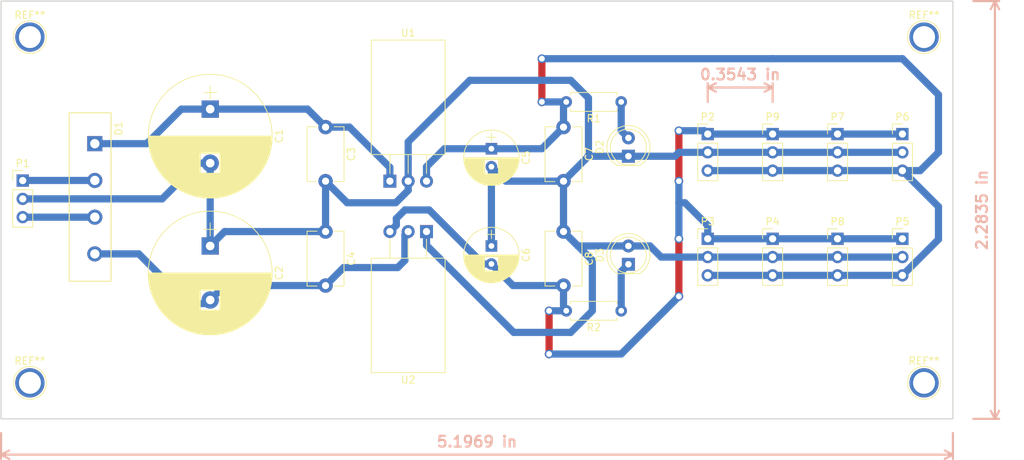
<source format=kicad_pcb>
(kicad_pcb (version 20170123) (host pcbnew no-vcs-found-ef3553c~58~ubuntu16.10.1)

  (general
    (links 52)
    (no_connects 14)
    (area 49.924999 64.924999 195.829812 130.718307)
    (thickness 1.6)
    (drawings 8)
    (tracks 134)
    (zones 0)
    (modules 28)
    (nets 10)
  )

  (page A4)
  (layers
    (0 F.Cu signal)
    (31 B.Cu signal)
    (32 B.Adhes user)
    (33 F.Adhes user)
    (34 B.Paste user)
    (35 F.Paste user)
    (36 B.SilkS user)
    (37 F.SilkS user)
    (38 B.Mask user)
    (39 F.Mask user)
    (40 Dwgs.User user)
    (41 Cmts.User user)
    (42 Eco1.User user)
    (43 Eco2.User user)
    (44 Edge.Cuts user)
    (45 Margin user)
    (46 B.CrtYd user)
    (47 F.CrtYd user)
    (48 B.Fab user)
    (49 F.Fab user)
  )

  (setup
    (last_trace_width 1)
    (user_trace_width 0.5)
    (user_trace_width 1)
    (trace_clearance 0.2)
    (zone_clearance 0.508)
    (zone_45_only no)
    (trace_min 0.2)
    (segment_width 0.2)
    (edge_width 0.15)
    (via_size 0.8)
    (via_drill 0.4)
    (via_min_size 0.4)
    (via_min_drill 0.3)
    (uvia_size 0.3)
    (uvia_drill 0.1)
    (uvias_allowed no)
    (uvia_min_size 0.2)
    (uvia_min_drill 0.1)
    (pcb_text_width 0.3)
    (pcb_text_size 1.5 1.5)
    (mod_edge_width 0.15)
    (mod_text_size 1 1)
    (mod_text_width 0.15)
    (pad_size 1.524 1.524)
    (pad_drill 0.762)
    (pad_to_mask_clearance 0.2)
    (aux_axis_origin 50 123)
    (visible_elements FFFFFF7F)
    (pcbplotparams
      (layerselection 0x01030_fffffffe)
      (usegerberextensions false)
      (excludeedgelayer true)
      (linewidth 0.100000)
      (plotframeref false)
      (viasonmask false)
      (mode 1)
      (useauxorigin true)
      (hpglpennumber 1)
      (hpglpenspeed 20)
      (hpglpendiameter 15)
      (psnegative false)
      (psa4output false)
      (plotreference true)
      (plotvalue true)
      (plotinvisibletext false)
      (padsonsilk false)
      (subtractmaskfromsilk false)
      (outputformat 1)
      (mirror false)
      (drillshape 0)
      (scaleselection 1)
      (outputdirectory gerber/))
  )

  (net 0 "")
  (net 1 "Net-(C1-Pad1)")
  (net 2 GND)
  (net 3 "Net-(C2-Pad2)")
  (net 4 OUT_POSITIVE)
  (net 5 OUT_NEGATIVE)
  (net 6 "Net-(D1-Pad4)")
  (net 7 "Net-(D1-Pad2)")
  (net 8 "Net-(D2-Pad2)")
  (net 9 "Net-(D3-Pad1)")

  (net_class Default "This is the default net class."
    (clearance 0.2)
    (trace_width 0.25)
    (via_dia 0.8)
    (via_drill 0.4)
    (uvia_dia 0.3)
    (uvia_drill 0.1)
    (add_net GND)
    (add_net "Net-(C1-Pad1)")
    (add_net "Net-(C2-Pad2)")
    (add_net "Net-(D1-Pad2)")
    (add_net "Net-(D1-Pad4)")
    (add_net "Net-(D2-Pad2)")
    (add_net "Net-(D3-Pad1)")
    (add_net OUT_NEGATIVE)
    (add_net OUT_POSITIVE)
  )

  (module Capacitors_ThroughHole:C_Disc_D7.5mm_W5.0mm_P7.50mm (layer F.Cu) (tedit 58765D06) (tstamp 58C7A87B)
    (at 128 97 270)
    (descr "C, Disc series, Radial, pin pitch=7.50mm, , diameter*width=7.5*5.0mm^2, Capacitor, http://www.vishay.com/docs/28535/vy2series.pdf")
    (tags "C Disc series Radial pin pitch 7.50mm  diameter 7.5mm width 5.0mm Capacitor")
    (path /58C6651C)
    (fp_text reference C8 (at 3.75 -3.56 270) (layer F.SilkS)
      (effects (font (size 1 1) (thickness 0.15)))
    )
    (fp_text value 0.1u (at 3.75 3.56 270) (layer F.Fab)
      (effects (font (size 1 1) (thickness 0.15)))
    )
    (fp_line (start 8.75 -2.85) (end -1.25 -2.85) (layer F.CrtYd) (width 0.05))
    (fp_line (start 8.75 2.85) (end 8.75 -2.85) (layer F.CrtYd) (width 0.05))
    (fp_line (start -1.25 2.85) (end 8.75 2.85) (layer F.CrtYd) (width 0.05))
    (fp_line (start -1.25 -2.85) (end -1.25 2.85) (layer F.CrtYd) (width 0.05))
    (fp_line (start 7.56 1.195) (end 7.56 2.56) (layer F.SilkS) (width 0.12))
    (fp_line (start 7.56 -2.56) (end 7.56 -1.195) (layer F.SilkS) (width 0.12))
    (fp_line (start -0.06 1.195) (end -0.06 2.56) (layer F.SilkS) (width 0.12))
    (fp_line (start -0.06 -2.56) (end -0.06 -1.195) (layer F.SilkS) (width 0.12))
    (fp_line (start -0.06 2.56) (end 7.56 2.56) (layer F.SilkS) (width 0.12))
    (fp_line (start -0.06 -2.56) (end 7.56 -2.56) (layer F.SilkS) (width 0.12))
    (fp_line (start 7.5 -2.5) (end 0 -2.5) (layer F.Fab) (width 0.1))
    (fp_line (start 7.5 2.5) (end 7.5 -2.5) (layer F.Fab) (width 0.1))
    (fp_line (start 0 2.5) (end 7.5 2.5) (layer F.Fab) (width 0.1))
    (fp_line (start 0 -2.5) (end 0 2.5) (layer F.Fab) (width 0.1))
    (pad 2 thru_hole circle (at 7.5 0 270) (size 2 2) (drill 1) (layers *.Cu *.Mask)
      (net 5 OUT_NEGATIVE))
    (pad 1 thru_hole circle (at 0 0 270) (size 2 2) (drill 1) (layers *.Cu *.Mask)
      (net 2 GND))
    (model Capacitors_THT.3dshapes/C_Disc_D7.5mm_W5.0mm_P7.50mm.wrl
      (at (xyz 0 0 0))
      (scale (xyz 0.393701 0.393701 0.393701))
      (rotate (xyz 0 0 0))
    )
  )

  (module Connect:1pin (layer F.Cu) (tedit 5861332C) (tstamp 58C940FD)
    (at 178 70)
    (descr "module 1 pin (ou trou mecanique de percage)")
    (tags DEV)
    (fp_text reference REF** (at 0 -3.048) (layer F.SilkS)
      (effects (font (size 1 1) (thickness 0.15)))
    )
    (fp_text value 1pin (at 0 3) (layer F.Fab)
      (effects (font (size 1 1) (thickness 0.15)))
    )
    (fp_circle (center 0 0) (end 0 -2.286) (layer F.SilkS) (width 0.12))
    (fp_circle (center 0 0) (end 2.6 0) (layer F.CrtYd) (width 0.05))
    (fp_circle (center 0 0) (end 2 0.8) (layer F.Fab) (width 0.1))
    (pad 1 thru_hole circle (at 0 0) (size 4.064 4.064) (drill 3.048) (layers *.Cu *.Mask))
  )

  (module Connect:1pin (layer F.Cu) (tedit 5861332C) (tstamp 58C940F6)
    (at 178 118)
    (descr "module 1 pin (ou trou mecanique de percage)")
    (tags DEV)
    (fp_text reference REF** (at 0 -3.048) (layer F.SilkS)
      (effects (font (size 1 1) (thickness 0.15)))
    )
    (fp_text value 1pin (at 0 3) (layer F.Fab)
      (effects (font (size 1 1) (thickness 0.15)))
    )
    (fp_circle (center 0 0) (end 2 0.8) (layer F.Fab) (width 0.1))
    (fp_circle (center 0 0) (end 2.6 0) (layer F.CrtYd) (width 0.05))
    (fp_circle (center 0 0) (end 0 -2.286) (layer F.SilkS) (width 0.12))
    (pad 1 thru_hole circle (at 0 0) (size 4.064 4.064) (drill 3.048) (layers *.Cu *.Mask))
  )

  (module Connect:1pin (layer F.Cu) (tedit 5861332C) (tstamp 58C940EF)
    (at 54 118)
    (descr "module 1 pin (ou trou mecanique de percage)")
    (tags DEV)
    (fp_text reference REF** (at 0 -3.048) (layer F.SilkS)
      (effects (font (size 1 1) (thickness 0.15)))
    )
    (fp_text value 1pin (at 0 3) (layer F.Fab)
      (effects (font (size 1 1) (thickness 0.15)))
    )
    (fp_circle (center 0 0) (end 0 -2.286) (layer F.SilkS) (width 0.12))
    (fp_circle (center 0 0) (end 2.6 0) (layer F.CrtYd) (width 0.05))
    (fp_circle (center 0 0) (end 2 0.8) (layer F.Fab) (width 0.1))
    (pad 1 thru_hole circle (at 0 0) (size 4.064 4.064) (drill 3.048) (layers *.Cu *.Mask))
  )

  (module Connect:1pin (layer F.Cu) (tedit 5861332C) (tstamp 58C940ED)
    (at 54 70)
    (descr "module 1 pin (ou trou mecanique de percage)")
    (tags DEV)
    (fp_text reference REF** (at 0 -3.048) (layer F.SilkS)
      (effects (font (size 1 1) (thickness 0.15)))
    )
    (fp_text value 1pin (at 0 3) (layer F.Fab)
      (effects (font (size 1 1) (thickness 0.15)))
    )
    (fp_circle (center 0 0) (end 2 0.8) (layer F.Fab) (width 0.1))
    (fp_circle (center 0 0) (end 2.6 0) (layer F.CrtYd) (width 0.05))
    (fp_circle (center 0 0) (end 0 -2.286) (layer F.SilkS) (width 0.12))
    (pad 1 thru_hole circle (at 0 0) (size 4.064 4.064) (drill 3.048) (layers *.Cu *.Mask))
  )

  (module Capacitors_ThroughHole:CP_Radial_D17.0mm_P7.50mm (layer F.Cu) (tedit 58765D06) (tstamp 58C7A5BD)
    (at 79 80 270)
    (descr "CP, Radial series, Radial, pin pitch=7.50mm, , diameter=17mm, Electrolytic Capacitor")
    (tags "CP Radial series Radial pin pitch 7.50mm  diameter 17mm Electrolytic Capacitor")
    (path /58C65E2E)
    (fp_text reference C1 (at 3.75 -9.56 270) (layer F.SilkS)
      (effects (font (size 1 1) (thickness 0.15)))
    )
    (fp_text value 2200u (at 3.75 9.56 270) (layer F.Fab)
      (effects (font (size 1 1) (thickness 0.15)))
    )
    (fp_line (start 12.6 -8.85) (end -5.1 -8.85) (layer F.CrtYd) (width 0.05))
    (fp_line (start 12.6 8.85) (end 12.6 -8.85) (layer F.CrtYd) (width 0.05))
    (fp_line (start -5.1 8.85) (end 12.6 8.85) (layer F.CrtYd) (width 0.05))
    (fp_line (start -5.1 -8.85) (end -5.1 8.85) (layer F.CrtYd) (width 0.05))
    (fp_line (start -2.3 -0.9) (end -2.3 0.9) (layer F.SilkS) (width 0.12))
    (fp_line (start -3.2 0) (end -1.4 0) (layer F.SilkS) (width 0.12))
    (fp_line (start 12.31 -0.678) (end 12.31 0.678) (layer F.SilkS) (width 0.12))
    (fp_line (start 12.27 -1.055) (end 12.27 1.055) (layer F.SilkS) (width 0.12))
    (fp_line (start 12.23 -1.331) (end 12.23 1.331) (layer F.SilkS) (width 0.12))
    (fp_line (start 12.19 -1.559) (end 12.19 1.559) (layer F.SilkS) (width 0.12))
    (fp_line (start 12.15 -1.757) (end 12.15 1.757) (layer F.SilkS) (width 0.12))
    (fp_line (start 12.11 -1.935) (end 12.11 1.935) (layer F.SilkS) (width 0.12))
    (fp_line (start 12.07 -2.097) (end 12.07 2.097) (layer F.SilkS) (width 0.12))
    (fp_line (start 12.03 -2.247) (end 12.03 2.247) (layer F.SilkS) (width 0.12))
    (fp_line (start 11.99 -2.388) (end 11.99 2.388) (layer F.SilkS) (width 0.12))
    (fp_line (start 11.95 -2.519) (end 11.95 2.519) (layer F.SilkS) (width 0.12))
    (fp_line (start 11.911 -2.644) (end 11.911 2.644) (layer F.SilkS) (width 0.12))
    (fp_line (start 11.871 -2.763) (end 11.871 2.763) (layer F.SilkS) (width 0.12))
    (fp_line (start 11.831 -2.876) (end 11.831 2.876) (layer F.SilkS) (width 0.12))
    (fp_line (start 11.791 -2.985) (end 11.791 2.985) (layer F.SilkS) (width 0.12))
    (fp_line (start 11.751 -3.089) (end 11.751 3.089) (layer F.SilkS) (width 0.12))
    (fp_line (start 11.711 -3.19) (end 11.711 3.19) (layer F.SilkS) (width 0.12))
    (fp_line (start 11.671 -3.286) (end 11.671 3.286) (layer F.SilkS) (width 0.12))
    (fp_line (start 11.631 -3.38) (end 11.631 3.38) (layer F.SilkS) (width 0.12))
    (fp_line (start 11.591 -3.471) (end 11.591 3.471) (layer F.SilkS) (width 0.12))
    (fp_line (start 11.551 -3.559) (end 11.551 3.559) (layer F.SilkS) (width 0.12))
    (fp_line (start 11.511 -3.644) (end 11.511 3.644) (layer F.SilkS) (width 0.12))
    (fp_line (start 11.471 -3.727) (end 11.471 3.727) (layer F.SilkS) (width 0.12))
    (fp_line (start 11.431 -3.808) (end 11.431 3.808) (layer F.SilkS) (width 0.12))
    (fp_line (start 11.391 -3.887) (end 11.391 3.887) (layer F.SilkS) (width 0.12))
    (fp_line (start 11.351 -3.964) (end 11.351 3.964) (layer F.SilkS) (width 0.12))
    (fp_line (start 11.311 -4.039) (end 11.311 4.039) (layer F.SilkS) (width 0.12))
    (fp_line (start 11.271 -4.112) (end 11.271 4.112) (layer F.SilkS) (width 0.12))
    (fp_line (start 11.231 -4.184) (end 11.231 4.184) (layer F.SilkS) (width 0.12))
    (fp_line (start 11.191 -4.254) (end 11.191 4.254) (layer F.SilkS) (width 0.12))
    (fp_line (start 11.151 -4.323) (end 11.151 4.323) (layer F.SilkS) (width 0.12))
    (fp_line (start 11.111 -4.39) (end 11.111 4.39) (layer F.SilkS) (width 0.12))
    (fp_line (start 11.071 -4.456) (end 11.071 4.456) (layer F.SilkS) (width 0.12))
    (fp_line (start 11.031 -4.52) (end 11.031 4.52) (layer F.SilkS) (width 0.12))
    (fp_line (start 10.991 -4.583) (end 10.991 4.583) (layer F.SilkS) (width 0.12))
    (fp_line (start 10.951 -4.645) (end 10.951 4.645) (layer F.SilkS) (width 0.12))
    (fp_line (start 10.911 -4.706) (end 10.911 4.706) (layer F.SilkS) (width 0.12))
    (fp_line (start 10.871 -4.766) (end 10.871 4.766) (layer F.SilkS) (width 0.12))
    (fp_line (start 10.831 -4.825) (end 10.831 4.825) (layer F.SilkS) (width 0.12))
    (fp_line (start 10.791 -4.883) (end 10.791 4.883) (layer F.SilkS) (width 0.12))
    (fp_line (start 10.751 -4.939) (end 10.751 4.939) (layer F.SilkS) (width 0.12))
    (fp_line (start 10.711 -4.995) (end 10.711 4.995) (layer F.SilkS) (width 0.12))
    (fp_line (start 10.671 -5.05) (end 10.671 5.05) (layer F.SilkS) (width 0.12))
    (fp_line (start 10.631 -5.104) (end 10.631 5.104) (layer F.SilkS) (width 0.12))
    (fp_line (start 10.591 -5.157) (end 10.591 5.157) (layer F.SilkS) (width 0.12))
    (fp_line (start 10.551 -5.209) (end 10.551 5.209) (layer F.SilkS) (width 0.12))
    (fp_line (start 10.511 -5.261) (end 10.511 5.261) (layer F.SilkS) (width 0.12))
    (fp_line (start 10.471 -5.311) (end 10.471 5.311) (layer F.SilkS) (width 0.12))
    (fp_line (start 10.431 -5.361) (end 10.431 5.361) (layer F.SilkS) (width 0.12))
    (fp_line (start 10.391 -5.41) (end 10.391 5.41) (layer F.SilkS) (width 0.12))
    (fp_line (start 10.351 -5.459) (end 10.351 5.459) (layer F.SilkS) (width 0.12))
    (fp_line (start 10.311 -5.506) (end 10.311 5.506) (layer F.SilkS) (width 0.12))
    (fp_line (start 10.271 -5.553) (end 10.271 5.553) (layer F.SilkS) (width 0.12))
    (fp_line (start 10.231 -5.599) (end 10.231 5.599) (layer F.SilkS) (width 0.12))
    (fp_line (start 10.191 -5.645) (end 10.191 5.645) (layer F.SilkS) (width 0.12))
    (fp_line (start 10.151 -5.69) (end 10.151 5.69) (layer F.SilkS) (width 0.12))
    (fp_line (start 10.111 -5.734) (end 10.111 5.734) (layer F.SilkS) (width 0.12))
    (fp_line (start 10.071 -5.778) (end 10.071 5.778) (layer F.SilkS) (width 0.12))
    (fp_line (start 10.031 -5.821) (end 10.031 5.821) (layer F.SilkS) (width 0.12))
    (fp_line (start 9.991 -5.864) (end 9.991 5.864) (layer F.SilkS) (width 0.12))
    (fp_line (start 9.951 -5.906) (end 9.951 5.906) (layer F.SilkS) (width 0.12))
    (fp_line (start 9.911 -5.947) (end 9.911 5.947) (layer F.SilkS) (width 0.12))
    (fp_line (start 9.871 -5.988) (end 9.871 5.988) (layer F.SilkS) (width 0.12))
    (fp_line (start 9.831 -6.029) (end 9.831 6.029) (layer F.SilkS) (width 0.12))
    (fp_line (start 9.791 -6.068) (end 9.791 6.068) (layer F.SilkS) (width 0.12))
    (fp_line (start 9.751 -6.108) (end 9.751 6.108) (layer F.SilkS) (width 0.12))
    (fp_line (start 9.711 -6.146) (end 9.711 6.146) (layer F.SilkS) (width 0.12))
    (fp_line (start 9.671 -6.185) (end 9.671 6.185) (layer F.SilkS) (width 0.12))
    (fp_line (start 9.631 -6.223) (end 9.631 6.223) (layer F.SilkS) (width 0.12))
    (fp_line (start 9.591 -6.26) (end 9.591 6.26) (layer F.SilkS) (width 0.12))
    (fp_line (start 9.551 -6.297) (end 9.551 6.297) (layer F.SilkS) (width 0.12))
    (fp_line (start 9.511 -6.333) (end 9.511 6.333) (layer F.SilkS) (width 0.12))
    (fp_line (start 9.471 -6.369) (end 9.471 6.369) (layer F.SilkS) (width 0.12))
    (fp_line (start 9.431 -6.405) (end 9.431 6.405) (layer F.SilkS) (width 0.12))
    (fp_line (start 9.391 -6.44) (end 9.391 6.44) (layer F.SilkS) (width 0.12))
    (fp_line (start 9.351 -6.474) (end 9.351 6.474) (layer F.SilkS) (width 0.12))
    (fp_line (start 9.311 -6.508) (end 9.311 6.508) (layer F.SilkS) (width 0.12))
    (fp_line (start 9.271 -6.542) (end 9.271 6.542) (layer F.SilkS) (width 0.12))
    (fp_line (start 9.231 -6.575) (end 9.231 6.575) (layer F.SilkS) (width 0.12))
    (fp_line (start 9.191 -6.608) (end 9.191 6.608) (layer F.SilkS) (width 0.12))
    (fp_line (start 9.151 -6.641) (end 9.151 6.641) (layer F.SilkS) (width 0.12))
    (fp_line (start 9.111 -6.673) (end 9.111 6.673) (layer F.SilkS) (width 0.12))
    (fp_line (start 9.071 -6.705) (end 9.071 6.705) (layer F.SilkS) (width 0.12))
    (fp_line (start 9.031 -6.736) (end 9.031 6.736) (layer F.SilkS) (width 0.12))
    (fp_line (start 8.991 -6.767) (end 8.991 6.767) (layer F.SilkS) (width 0.12))
    (fp_line (start 8.951 -6.798) (end 8.951 6.798) (layer F.SilkS) (width 0.12))
    (fp_line (start 8.911 -6.828) (end 8.911 6.828) (layer F.SilkS) (width 0.12))
    (fp_line (start 8.871 1.38) (end 8.871 6.858) (layer F.SilkS) (width 0.12))
    (fp_line (start 8.871 -6.858) (end 8.871 -1.38) (layer F.SilkS) (width 0.12))
    (fp_line (start 8.831 1.38) (end 8.831 6.887) (layer F.SilkS) (width 0.12))
    (fp_line (start 8.831 -6.887) (end 8.831 -1.38) (layer F.SilkS) (width 0.12))
    (fp_line (start 8.791 1.38) (end 8.791 6.917) (layer F.SilkS) (width 0.12))
    (fp_line (start 8.791 -6.917) (end 8.791 -1.38) (layer F.SilkS) (width 0.12))
    (fp_line (start 8.751 1.38) (end 8.751 6.945) (layer F.SilkS) (width 0.12))
    (fp_line (start 8.751 -6.945) (end 8.751 -1.38) (layer F.SilkS) (width 0.12))
    (fp_line (start 8.711 1.38) (end 8.711 6.974) (layer F.SilkS) (width 0.12))
    (fp_line (start 8.711 -6.974) (end 8.711 -1.38) (layer F.SilkS) (width 0.12))
    (fp_line (start 8.671 1.38) (end 8.671 7.002) (layer F.SilkS) (width 0.12))
    (fp_line (start 8.671 -7.002) (end 8.671 -1.38) (layer F.SilkS) (width 0.12))
    (fp_line (start 8.631 1.38) (end 8.631 7.03) (layer F.SilkS) (width 0.12))
    (fp_line (start 8.631 -7.03) (end 8.631 -1.38) (layer F.SilkS) (width 0.12))
    (fp_line (start 8.591 1.38) (end 8.591 7.057) (layer F.SilkS) (width 0.12))
    (fp_line (start 8.591 -7.057) (end 8.591 -1.38) (layer F.SilkS) (width 0.12))
    (fp_line (start 8.551 1.38) (end 8.551 7.084) (layer F.SilkS) (width 0.12))
    (fp_line (start 8.551 -7.084) (end 8.551 -1.38) (layer F.SilkS) (width 0.12))
    (fp_line (start 8.511 1.38) (end 8.511 7.111) (layer F.SilkS) (width 0.12))
    (fp_line (start 8.511 -7.111) (end 8.511 -1.38) (layer F.SilkS) (width 0.12))
    (fp_line (start 8.471 1.38) (end 8.471 7.138) (layer F.SilkS) (width 0.12))
    (fp_line (start 8.471 -7.138) (end 8.471 -1.38) (layer F.SilkS) (width 0.12))
    (fp_line (start 8.431 1.38) (end 8.431 7.164) (layer F.SilkS) (width 0.12))
    (fp_line (start 8.431 -7.164) (end 8.431 -1.38) (layer F.SilkS) (width 0.12))
    (fp_line (start 8.391 1.38) (end 8.391 7.19) (layer F.SilkS) (width 0.12))
    (fp_line (start 8.391 -7.19) (end 8.391 -1.38) (layer F.SilkS) (width 0.12))
    (fp_line (start 8.351 1.38) (end 8.351 7.215) (layer F.SilkS) (width 0.12))
    (fp_line (start 8.351 -7.215) (end 8.351 -1.38) (layer F.SilkS) (width 0.12))
    (fp_line (start 8.311 1.38) (end 8.311 7.24) (layer F.SilkS) (width 0.12))
    (fp_line (start 8.311 -7.24) (end 8.311 -1.38) (layer F.SilkS) (width 0.12))
    (fp_line (start 8.271 1.38) (end 8.271 7.265) (layer F.SilkS) (width 0.12))
    (fp_line (start 8.271 -7.265) (end 8.271 -1.38) (layer F.SilkS) (width 0.12))
    (fp_line (start 8.231 1.38) (end 8.231 7.29) (layer F.SilkS) (width 0.12))
    (fp_line (start 8.231 -7.29) (end 8.231 -1.38) (layer F.SilkS) (width 0.12))
    (fp_line (start 8.191 1.38) (end 8.191 7.314) (layer F.SilkS) (width 0.12))
    (fp_line (start 8.191 -7.314) (end 8.191 -1.38) (layer F.SilkS) (width 0.12))
    (fp_line (start 8.151 1.38) (end 8.151 7.338) (layer F.SilkS) (width 0.12))
    (fp_line (start 8.151 -7.338) (end 8.151 -1.38) (layer F.SilkS) (width 0.12))
    (fp_line (start 8.111 1.38) (end 8.111 7.362) (layer F.SilkS) (width 0.12))
    (fp_line (start 8.111 -7.362) (end 8.111 -1.38) (layer F.SilkS) (width 0.12))
    (fp_line (start 8.071 1.38) (end 8.071 7.385) (layer F.SilkS) (width 0.12))
    (fp_line (start 8.071 -7.385) (end 8.071 -1.38) (layer F.SilkS) (width 0.12))
    (fp_line (start 8.031 1.38) (end 8.031 7.408) (layer F.SilkS) (width 0.12))
    (fp_line (start 8.031 -7.408) (end 8.031 -1.38) (layer F.SilkS) (width 0.12))
    (fp_line (start 7.991 1.38) (end 7.991 7.431) (layer F.SilkS) (width 0.12))
    (fp_line (start 7.991 -7.431) (end 7.991 -1.38) (layer F.SilkS) (width 0.12))
    (fp_line (start 7.951 1.38) (end 7.951 7.454) (layer F.SilkS) (width 0.12))
    (fp_line (start 7.951 -7.454) (end 7.951 -1.38) (layer F.SilkS) (width 0.12))
    (fp_line (start 7.911 1.38) (end 7.911 7.476) (layer F.SilkS) (width 0.12))
    (fp_line (start 7.911 -7.476) (end 7.911 -1.38) (layer F.SilkS) (width 0.12))
    (fp_line (start 7.871 1.38) (end 7.871 7.498) (layer F.SilkS) (width 0.12))
    (fp_line (start 7.871 -7.498) (end 7.871 -1.38) (layer F.SilkS) (width 0.12))
    (fp_line (start 7.831 1.38) (end 7.831 7.52) (layer F.SilkS) (width 0.12))
    (fp_line (start 7.831 -7.52) (end 7.831 -1.38) (layer F.SilkS) (width 0.12))
    (fp_line (start 7.791 1.38) (end 7.791 7.541) (layer F.SilkS) (width 0.12))
    (fp_line (start 7.791 -7.541) (end 7.791 -1.38) (layer F.SilkS) (width 0.12))
    (fp_line (start 7.751 1.38) (end 7.751 7.562) (layer F.SilkS) (width 0.12))
    (fp_line (start 7.751 -7.562) (end 7.751 -1.38) (layer F.SilkS) (width 0.12))
    (fp_line (start 7.711 1.38) (end 7.711 7.583) (layer F.SilkS) (width 0.12))
    (fp_line (start 7.711 -7.583) (end 7.711 -1.38) (layer F.SilkS) (width 0.12))
    (fp_line (start 7.671 1.38) (end 7.671 7.604) (layer F.SilkS) (width 0.12))
    (fp_line (start 7.671 -7.604) (end 7.671 -1.38) (layer F.SilkS) (width 0.12))
    (fp_line (start 7.631 1.38) (end 7.631 7.624) (layer F.SilkS) (width 0.12))
    (fp_line (start 7.631 -7.624) (end 7.631 -1.38) (layer F.SilkS) (width 0.12))
    (fp_line (start 7.591 1.38) (end 7.591 7.644) (layer F.SilkS) (width 0.12))
    (fp_line (start 7.591 -7.644) (end 7.591 -1.38) (layer F.SilkS) (width 0.12))
    (fp_line (start 7.551 1.38) (end 7.551 7.664) (layer F.SilkS) (width 0.12))
    (fp_line (start 7.551 -7.664) (end 7.551 -1.38) (layer F.SilkS) (width 0.12))
    (fp_line (start 7.511 1.38) (end 7.511 7.684) (layer F.SilkS) (width 0.12))
    (fp_line (start 7.511 -7.684) (end 7.511 -1.38) (layer F.SilkS) (width 0.12))
    (fp_line (start 7.471 1.38) (end 7.471 7.703) (layer F.SilkS) (width 0.12))
    (fp_line (start 7.471 -7.703) (end 7.471 -1.38) (layer F.SilkS) (width 0.12))
    (fp_line (start 7.431 1.38) (end 7.431 7.722) (layer F.SilkS) (width 0.12))
    (fp_line (start 7.431 -7.722) (end 7.431 -1.38) (layer F.SilkS) (width 0.12))
    (fp_line (start 7.391 1.38) (end 7.391 7.741) (layer F.SilkS) (width 0.12))
    (fp_line (start 7.391 -7.741) (end 7.391 -1.38) (layer F.SilkS) (width 0.12))
    (fp_line (start 7.351 1.38) (end 7.351 7.76) (layer F.SilkS) (width 0.12))
    (fp_line (start 7.351 -7.76) (end 7.351 -1.38) (layer F.SilkS) (width 0.12))
    (fp_line (start 7.311 1.38) (end 7.311 7.778) (layer F.SilkS) (width 0.12))
    (fp_line (start 7.311 -7.778) (end 7.311 -1.38) (layer F.SilkS) (width 0.12))
    (fp_line (start 7.271 1.38) (end 7.271 7.796) (layer F.SilkS) (width 0.12))
    (fp_line (start 7.271 -7.796) (end 7.271 -1.38) (layer F.SilkS) (width 0.12))
    (fp_line (start 7.231 1.38) (end 7.231 7.814) (layer F.SilkS) (width 0.12))
    (fp_line (start 7.231 -7.814) (end 7.231 -1.38) (layer F.SilkS) (width 0.12))
    (fp_line (start 7.191 1.38) (end 7.191 7.832) (layer F.SilkS) (width 0.12))
    (fp_line (start 7.191 -7.832) (end 7.191 -1.38) (layer F.SilkS) (width 0.12))
    (fp_line (start 7.151 1.38) (end 7.151 7.849) (layer F.SilkS) (width 0.12))
    (fp_line (start 7.151 -7.849) (end 7.151 -1.38) (layer F.SilkS) (width 0.12))
    (fp_line (start 7.111 1.38) (end 7.111 7.866) (layer F.SilkS) (width 0.12))
    (fp_line (start 7.111 -7.866) (end 7.111 -1.38) (layer F.SilkS) (width 0.12))
    (fp_line (start 7.071 1.38) (end 7.071 7.883) (layer F.SilkS) (width 0.12))
    (fp_line (start 7.071 -7.883) (end 7.071 -1.38) (layer F.SilkS) (width 0.12))
    (fp_line (start 7.031 1.38) (end 7.031 7.9) (layer F.SilkS) (width 0.12))
    (fp_line (start 7.031 -7.9) (end 7.031 -1.38) (layer F.SilkS) (width 0.12))
    (fp_line (start 6.991 1.38) (end 6.991 7.916) (layer F.SilkS) (width 0.12))
    (fp_line (start 6.991 -7.916) (end 6.991 -1.38) (layer F.SilkS) (width 0.12))
    (fp_line (start 6.951 1.38) (end 6.951 7.932) (layer F.SilkS) (width 0.12))
    (fp_line (start 6.951 -7.932) (end 6.951 -1.38) (layer F.SilkS) (width 0.12))
    (fp_line (start 6.911 1.38) (end 6.911 7.948) (layer F.SilkS) (width 0.12))
    (fp_line (start 6.911 -7.948) (end 6.911 -1.38) (layer F.SilkS) (width 0.12))
    (fp_line (start 6.871 1.38) (end 6.871 7.964) (layer F.SilkS) (width 0.12))
    (fp_line (start 6.871 -7.964) (end 6.871 -1.38) (layer F.SilkS) (width 0.12))
    (fp_line (start 6.831 1.38) (end 6.831 7.979) (layer F.SilkS) (width 0.12))
    (fp_line (start 6.831 -7.979) (end 6.831 -1.38) (layer F.SilkS) (width 0.12))
    (fp_line (start 6.791 1.38) (end 6.791 7.995) (layer F.SilkS) (width 0.12))
    (fp_line (start 6.791 -7.995) (end 6.791 -1.38) (layer F.SilkS) (width 0.12))
    (fp_line (start 6.751 1.38) (end 6.751 8.01) (layer F.SilkS) (width 0.12))
    (fp_line (start 6.751 -8.01) (end 6.751 -1.38) (layer F.SilkS) (width 0.12))
    (fp_line (start 6.711 1.38) (end 6.711 8.024) (layer F.SilkS) (width 0.12))
    (fp_line (start 6.711 -8.024) (end 6.711 -1.38) (layer F.SilkS) (width 0.12))
    (fp_line (start 6.671 1.38) (end 6.671 8.039) (layer F.SilkS) (width 0.12))
    (fp_line (start 6.671 -8.039) (end 6.671 -1.38) (layer F.SilkS) (width 0.12))
    (fp_line (start 6.631 1.38) (end 6.631 8.053) (layer F.SilkS) (width 0.12))
    (fp_line (start 6.631 -8.053) (end 6.631 -1.38) (layer F.SilkS) (width 0.12))
    (fp_line (start 6.591 1.38) (end 6.591 8.067) (layer F.SilkS) (width 0.12))
    (fp_line (start 6.591 -8.067) (end 6.591 -1.38) (layer F.SilkS) (width 0.12))
    (fp_line (start 6.551 1.38) (end 6.551 8.081) (layer F.SilkS) (width 0.12))
    (fp_line (start 6.551 -8.081) (end 6.551 -1.38) (layer F.SilkS) (width 0.12))
    (fp_line (start 6.511 1.38) (end 6.511 8.095) (layer F.SilkS) (width 0.12))
    (fp_line (start 6.511 -8.095) (end 6.511 -1.38) (layer F.SilkS) (width 0.12))
    (fp_line (start 6.471 1.38) (end 6.471 8.108) (layer F.SilkS) (width 0.12))
    (fp_line (start 6.471 -8.108) (end 6.471 -1.38) (layer F.SilkS) (width 0.12))
    (fp_line (start 6.431 1.38) (end 6.431 8.122) (layer F.SilkS) (width 0.12))
    (fp_line (start 6.431 -8.122) (end 6.431 -1.38) (layer F.SilkS) (width 0.12))
    (fp_line (start 6.391 1.38) (end 6.391 8.135) (layer F.SilkS) (width 0.12))
    (fp_line (start 6.391 -8.135) (end 6.391 -1.38) (layer F.SilkS) (width 0.12))
    (fp_line (start 6.351 1.38) (end 6.351 8.148) (layer F.SilkS) (width 0.12))
    (fp_line (start 6.351 -8.148) (end 6.351 -1.38) (layer F.SilkS) (width 0.12))
    (fp_line (start 6.311 1.38) (end 6.311 8.16) (layer F.SilkS) (width 0.12))
    (fp_line (start 6.311 -8.16) (end 6.311 -1.38) (layer F.SilkS) (width 0.12))
    (fp_line (start 6.271 1.38) (end 6.271 8.173) (layer F.SilkS) (width 0.12))
    (fp_line (start 6.271 -8.173) (end 6.271 -1.38) (layer F.SilkS) (width 0.12))
    (fp_line (start 6.231 1.38) (end 6.231 8.185) (layer F.SilkS) (width 0.12))
    (fp_line (start 6.231 -8.185) (end 6.231 -1.38) (layer F.SilkS) (width 0.12))
    (fp_line (start 6.191 1.38) (end 6.191 8.197) (layer F.SilkS) (width 0.12))
    (fp_line (start 6.191 -8.197) (end 6.191 -1.38) (layer F.SilkS) (width 0.12))
    (fp_line (start 6.151 1.38) (end 6.151 8.208) (layer F.SilkS) (width 0.12))
    (fp_line (start 6.151 -8.208) (end 6.151 -1.38) (layer F.SilkS) (width 0.12))
    (fp_line (start 6.111 -8.22) (end 6.111 8.22) (layer F.SilkS) (width 0.12))
    (fp_line (start 6.071 -8.231) (end 6.071 8.231) (layer F.SilkS) (width 0.12))
    (fp_line (start 6.031 -8.242) (end 6.031 8.242) (layer F.SilkS) (width 0.12))
    (fp_line (start 5.991 -8.253) (end 5.991 8.253) (layer F.SilkS) (width 0.12))
    (fp_line (start 5.951 -8.264) (end 5.951 8.264) (layer F.SilkS) (width 0.12))
    (fp_line (start 5.911 -8.274) (end 5.911 8.274) (layer F.SilkS) (width 0.12))
    (fp_line (start 5.871 -8.285) (end 5.871 8.285) (layer F.SilkS) (width 0.12))
    (fp_line (start 5.831 -8.295) (end 5.831 8.295) (layer F.SilkS) (width 0.12))
    (fp_line (start 5.791 -8.305) (end 5.791 8.305) (layer F.SilkS) (width 0.12))
    (fp_line (start 5.751 -8.314) (end 5.751 8.314) (layer F.SilkS) (width 0.12))
    (fp_line (start 5.711 -8.324) (end 5.711 8.324) (layer F.SilkS) (width 0.12))
    (fp_line (start 5.671 -8.333) (end 5.671 8.333) (layer F.SilkS) (width 0.12))
    (fp_line (start 5.631 -8.342) (end 5.631 8.342) (layer F.SilkS) (width 0.12))
    (fp_line (start 5.591 -8.351) (end 5.591 8.351) (layer F.SilkS) (width 0.12))
    (fp_line (start 5.551 -8.36) (end 5.551 8.36) (layer F.SilkS) (width 0.12))
    (fp_line (start 5.511 -8.368) (end 5.511 8.368) (layer F.SilkS) (width 0.12))
    (fp_line (start 5.471 -8.377) (end 5.471 8.377) (layer F.SilkS) (width 0.12))
    (fp_line (start 5.431 -8.385) (end 5.431 8.385) (layer F.SilkS) (width 0.12))
    (fp_line (start 5.391 -8.392) (end 5.391 8.392) (layer F.SilkS) (width 0.12))
    (fp_line (start 5.351 -8.4) (end 5.351 8.4) (layer F.SilkS) (width 0.12))
    (fp_line (start 5.311 -8.408) (end 5.311 8.408) (layer F.SilkS) (width 0.12))
    (fp_line (start 5.271 -8.415) (end 5.271 8.415) (layer F.SilkS) (width 0.12))
    (fp_line (start 5.231 -8.422) (end 5.231 8.422) (layer F.SilkS) (width 0.12))
    (fp_line (start 5.191 -8.429) (end 5.191 8.429) (layer F.SilkS) (width 0.12))
    (fp_line (start 5.151 -8.436) (end 5.151 8.436) (layer F.SilkS) (width 0.12))
    (fp_line (start 5.111 -8.442) (end 5.111 8.442) (layer F.SilkS) (width 0.12))
    (fp_line (start 5.071 -8.448) (end 5.071 8.448) (layer F.SilkS) (width 0.12))
    (fp_line (start 5.031 -8.455) (end 5.031 8.455) (layer F.SilkS) (width 0.12))
    (fp_line (start 4.991 -8.461) (end 4.991 8.461) (layer F.SilkS) (width 0.12))
    (fp_line (start 4.951 -8.466) (end 4.951 8.466) (layer F.SilkS) (width 0.12))
    (fp_line (start 4.911 -8.472) (end 4.911 8.472) (layer F.SilkS) (width 0.12))
    (fp_line (start 4.871 -8.477) (end 4.871 8.477) (layer F.SilkS) (width 0.12))
    (fp_line (start 4.831 -8.482) (end 4.831 8.482) (layer F.SilkS) (width 0.12))
    (fp_line (start 4.791 -8.487) (end 4.791 8.487) (layer F.SilkS) (width 0.12))
    (fp_line (start 4.751 -8.492) (end 4.751 8.492) (layer F.SilkS) (width 0.12))
    (fp_line (start 4.711 -8.497) (end 4.711 8.497) (layer F.SilkS) (width 0.12))
    (fp_line (start 4.671 -8.501) (end 4.671 8.501) (layer F.SilkS) (width 0.12))
    (fp_line (start 4.631 -8.505) (end 4.631 8.505) (layer F.SilkS) (width 0.12))
    (fp_line (start 4.591 -8.509) (end 4.591 8.509) (layer F.SilkS) (width 0.12))
    (fp_line (start 4.551 -8.513) (end 4.551 8.513) (layer F.SilkS) (width 0.12))
    (fp_line (start 4.511 -8.517) (end 4.511 8.517) (layer F.SilkS) (width 0.12))
    (fp_line (start 4.471 -8.52) (end 4.471 8.52) (layer F.SilkS) (width 0.12))
    (fp_line (start 4.43 -8.524) (end 4.43 8.524) (layer F.SilkS) (width 0.12))
    (fp_line (start 4.39 -8.527) (end 4.39 8.527) (layer F.SilkS) (width 0.12))
    (fp_line (start 4.35 -8.53) (end 4.35 8.53) (layer F.SilkS) (width 0.12))
    (fp_line (start 4.31 -8.532) (end 4.31 8.532) (layer F.SilkS) (width 0.12))
    (fp_line (start 4.27 -8.535) (end 4.27 8.535) (layer F.SilkS) (width 0.12))
    (fp_line (start 4.23 -8.537) (end 4.23 8.537) (layer F.SilkS) (width 0.12))
    (fp_line (start 4.19 -8.539) (end 4.19 8.539) (layer F.SilkS) (width 0.12))
    (fp_line (start 4.15 -8.541) (end 4.15 8.541) (layer F.SilkS) (width 0.12))
    (fp_line (start 4.11 -8.543) (end 4.11 8.543) (layer F.SilkS) (width 0.12))
    (fp_line (start 4.07 -8.545) (end 4.07 8.545) (layer F.SilkS) (width 0.12))
    (fp_line (start 4.03 -8.546) (end 4.03 8.546) (layer F.SilkS) (width 0.12))
    (fp_line (start 3.99 -8.547) (end 3.99 8.547) (layer F.SilkS) (width 0.12))
    (fp_line (start 3.95 -8.548) (end 3.95 8.548) (layer F.SilkS) (width 0.12))
    (fp_line (start 3.91 -8.549) (end 3.91 8.549) (layer F.SilkS) (width 0.12))
    (fp_line (start 3.87 -8.55) (end 3.87 8.55) (layer F.SilkS) (width 0.12))
    (fp_line (start 3.83 -8.55) (end 3.83 8.55) (layer F.SilkS) (width 0.12))
    (fp_line (start 3.79 -8.55) (end 3.79 8.55) (layer F.SilkS) (width 0.12))
    (fp_line (start 3.75 -8.55) (end 3.75 8.55) (layer F.SilkS) (width 0.12))
    (fp_line (start -2.3 -0.9) (end -2.3 0.9) (layer F.Fab) (width 0.1))
    (fp_line (start -3.2 0) (end -1.4 0) (layer F.Fab) (width 0.1))
    (fp_circle (center 3.75 0) (end 12.34 0) (layer F.SilkS) (width 0.12))
    (fp_circle (center 3.75 0) (end 12.25 0) (layer F.Fab) (width 0.1))
    (pad 2 thru_hole circle (at 7.5 0 270) (size 2.4 2.4) (drill 1.2) (layers *.Cu *.Mask)
      (net 2 GND))
    (pad 1 thru_hole rect (at 0 0 270) (size 2.4 2.4) (drill 1.2) (layers *.Cu *.Mask)
      (net 1 "Net-(C1-Pad1)"))
    (model Capacitors_THT.3dshapes/CP_Radial_D17.0mm_P7.50mm.wrl
      (at (xyz 0 0 0))
      (scale (xyz 0.393701 0.393701 0.393701))
      (rotate (xyz 0 0 0))
    )
  )

  (module Capacitors_ThroughHole:CP_Radial_D17.0mm_P7.50mm (layer F.Cu) (tedit 58765D06) (tstamp 58C7A6E9)
    (at 79 99 270)
    (descr "CP, Radial series, Radial, pin pitch=7.50mm, , diameter=17mm, Electrolytic Capacitor")
    (tags "CP Radial series Radial pin pitch 7.50mm  diameter 17mm Electrolytic Capacitor")
    (path /58C65E88)
    (fp_text reference C2 (at 3.75 -9.56 270) (layer F.SilkS)
      (effects (font (size 1 1) (thickness 0.15)))
    )
    (fp_text value 2200u (at 3.75 9.56 270) (layer F.Fab)
      (effects (font (size 1 1) (thickness 0.15)))
    )
    (fp_circle (center 3.75 0) (end 12.25 0) (layer F.Fab) (width 0.1))
    (fp_circle (center 3.75 0) (end 12.34 0) (layer F.SilkS) (width 0.12))
    (fp_line (start -3.2 0) (end -1.4 0) (layer F.Fab) (width 0.1))
    (fp_line (start -2.3 -0.9) (end -2.3 0.9) (layer F.Fab) (width 0.1))
    (fp_line (start 3.75 -8.55) (end 3.75 8.55) (layer F.SilkS) (width 0.12))
    (fp_line (start 3.79 -8.55) (end 3.79 8.55) (layer F.SilkS) (width 0.12))
    (fp_line (start 3.83 -8.55) (end 3.83 8.55) (layer F.SilkS) (width 0.12))
    (fp_line (start 3.87 -8.55) (end 3.87 8.55) (layer F.SilkS) (width 0.12))
    (fp_line (start 3.91 -8.549) (end 3.91 8.549) (layer F.SilkS) (width 0.12))
    (fp_line (start 3.95 -8.548) (end 3.95 8.548) (layer F.SilkS) (width 0.12))
    (fp_line (start 3.99 -8.547) (end 3.99 8.547) (layer F.SilkS) (width 0.12))
    (fp_line (start 4.03 -8.546) (end 4.03 8.546) (layer F.SilkS) (width 0.12))
    (fp_line (start 4.07 -8.545) (end 4.07 8.545) (layer F.SilkS) (width 0.12))
    (fp_line (start 4.11 -8.543) (end 4.11 8.543) (layer F.SilkS) (width 0.12))
    (fp_line (start 4.15 -8.541) (end 4.15 8.541) (layer F.SilkS) (width 0.12))
    (fp_line (start 4.19 -8.539) (end 4.19 8.539) (layer F.SilkS) (width 0.12))
    (fp_line (start 4.23 -8.537) (end 4.23 8.537) (layer F.SilkS) (width 0.12))
    (fp_line (start 4.27 -8.535) (end 4.27 8.535) (layer F.SilkS) (width 0.12))
    (fp_line (start 4.31 -8.532) (end 4.31 8.532) (layer F.SilkS) (width 0.12))
    (fp_line (start 4.35 -8.53) (end 4.35 8.53) (layer F.SilkS) (width 0.12))
    (fp_line (start 4.39 -8.527) (end 4.39 8.527) (layer F.SilkS) (width 0.12))
    (fp_line (start 4.43 -8.524) (end 4.43 8.524) (layer F.SilkS) (width 0.12))
    (fp_line (start 4.471 -8.52) (end 4.471 8.52) (layer F.SilkS) (width 0.12))
    (fp_line (start 4.511 -8.517) (end 4.511 8.517) (layer F.SilkS) (width 0.12))
    (fp_line (start 4.551 -8.513) (end 4.551 8.513) (layer F.SilkS) (width 0.12))
    (fp_line (start 4.591 -8.509) (end 4.591 8.509) (layer F.SilkS) (width 0.12))
    (fp_line (start 4.631 -8.505) (end 4.631 8.505) (layer F.SilkS) (width 0.12))
    (fp_line (start 4.671 -8.501) (end 4.671 8.501) (layer F.SilkS) (width 0.12))
    (fp_line (start 4.711 -8.497) (end 4.711 8.497) (layer F.SilkS) (width 0.12))
    (fp_line (start 4.751 -8.492) (end 4.751 8.492) (layer F.SilkS) (width 0.12))
    (fp_line (start 4.791 -8.487) (end 4.791 8.487) (layer F.SilkS) (width 0.12))
    (fp_line (start 4.831 -8.482) (end 4.831 8.482) (layer F.SilkS) (width 0.12))
    (fp_line (start 4.871 -8.477) (end 4.871 8.477) (layer F.SilkS) (width 0.12))
    (fp_line (start 4.911 -8.472) (end 4.911 8.472) (layer F.SilkS) (width 0.12))
    (fp_line (start 4.951 -8.466) (end 4.951 8.466) (layer F.SilkS) (width 0.12))
    (fp_line (start 4.991 -8.461) (end 4.991 8.461) (layer F.SilkS) (width 0.12))
    (fp_line (start 5.031 -8.455) (end 5.031 8.455) (layer F.SilkS) (width 0.12))
    (fp_line (start 5.071 -8.448) (end 5.071 8.448) (layer F.SilkS) (width 0.12))
    (fp_line (start 5.111 -8.442) (end 5.111 8.442) (layer F.SilkS) (width 0.12))
    (fp_line (start 5.151 -8.436) (end 5.151 8.436) (layer F.SilkS) (width 0.12))
    (fp_line (start 5.191 -8.429) (end 5.191 8.429) (layer F.SilkS) (width 0.12))
    (fp_line (start 5.231 -8.422) (end 5.231 8.422) (layer F.SilkS) (width 0.12))
    (fp_line (start 5.271 -8.415) (end 5.271 8.415) (layer F.SilkS) (width 0.12))
    (fp_line (start 5.311 -8.408) (end 5.311 8.408) (layer F.SilkS) (width 0.12))
    (fp_line (start 5.351 -8.4) (end 5.351 8.4) (layer F.SilkS) (width 0.12))
    (fp_line (start 5.391 -8.392) (end 5.391 8.392) (layer F.SilkS) (width 0.12))
    (fp_line (start 5.431 -8.385) (end 5.431 8.385) (layer F.SilkS) (width 0.12))
    (fp_line (start 5.471 -8.377) (end 5.471 8.377) (layer F.SilkS) (width 0.12))
    (fp_line (start 5.511 -8.368) (end 5.511 8.368) (layer F.SilkS) (width 0.12))
    (fp_line (start 5.551 -8.36) (end 5.551 8.36) (layer F.SilkS) (width 0.12))
    (fp_line (start 5.591 -8.351) (end 5.591 8.351) (layer F.SilkS) (width 0.12))
    (fp_line (start 5.631 -8.342) (end 5.631 8.342) (layer F.SilkS) (width 0.12))
    (fp_line (start 5.671 -8.333) (end 5.671 8.333) (layer F.SilkS) (width 0.12))
    (fp_line (start 5.711 -8.324) (end 5.711 8.324) (layer F.SilkS) (width 0.12))
    (fp_line (start 5.751 -8.314) (end 5.751 8.314) (layer F.SilkS) (width 0.12))
    (fp_line (start 5.791 -8.305) (end 5.791 8.305) (layer F.SilkS) (width 0.12))
    (fp_line (start 5.831 -8.295) (end 5.831 8.295) (layer F.SilkS) (width 0.12))
    (fp_line (start 5.871 -8.285) (end 5.871 8.285) (layer F.SilkS) (width 0.12))
    (fp_line (start 5.911 -8.274) (end 5.911 8.274) (layer F.SilkS) (width 0.12))
    (fp_line (start 5.951 -8.264) (end 5.951 8.264) (layer F.SilkS) (width 0.12))
    (fp_line (start 5.991 -8.253) (end 5.991 8.253) (layer F.SilkS) (width 0.12))
    (fp_line (start 6.031 -8.242) (end 6.031 8.242) (layer F.SilkS) (width 0.12))
    (fp_line (start 6.071 -8.231) (end 6.071 8.231) (layer F.SilkS) (width 0.12))
    (fp_line (start 6.111 -8.22) (end 6.111 8.22) (layer F.SilkS) (width 0.12))
    (fp_line (start 6.151 -8.208) (end 6.151 -1.38) (layer F.SilkS) (width 0.12))
    (fp_line (start 6.151 1.38) (end 6.151 8.208) (layer F.SilkS) (width 0.12))
    (fp_line (start 6.191 -8.197) (end 6.191 -1.38) (layer F.SilkS) (width 0.12))
    (fp_line (start 6.191 1.38) (end 6.191 8.197) (layer F.SilkS) (width 0.12))
    (fp_line (start 6.231 -8.185) (end 6.231 -1.38) (layer F.SilkS) (width 0.12))
    (fp_line (start 6.231 1.38) (end 6.231 8.185) (layer F.SilkS) (width 0.12))
    (fp_line (start 6.271 -8.173) (end 6.271 -1.38) (layer F.SilkS) (width 0.12))
    (fp_line (start 6.271 1.38) (end 6.271 8.173) (layer F.SilkS) (width 0.12))
    (fp_line (start 6.311 -8.16) (end 6.311 -1.38) (layer F.SilkS) (width 0.12))
    (fp_line (start 6.311 1.38) (end 6.311 8.16) (layer F.SilkS) (width 0.12))
    (fp_line (start 6.351 -8.148) (end 6.351 -1.38) (layer F.SilkS) (width 0.12))
    (fp_line (start 6.351 1.38) (end 6.351 8.148) (layer F.SilkS) (width 0.12))
    (fp_line (start 6.391 -8.135) (end 6.391 -1.38) (layer F.SilkS) (width 0.12))
    (fp_line (start 6.391 1.38) (end 6.391 8.135) (layer F.SilkS) (width 0.12))
    (fp_line (start 6.431 -8.122) (end 6.431 -1.38) (layer F.SilkS) (width 0.12))
    (fp_line (start 6.431 1.38) (end 6.431 8.122) (layer F.SilkS) (width 0.12))
    (fp_line (start 6.471 -8.108) (end 6.471 -1.38) (layer F.SilkS) (width 0.12))
    (fp_line (start 6.471 1.38) (end 6.471 8.108) (layer F.SilkS) (width 0.12))
    (fp_line (start 6.511 -8.095) (end 6.511 -1.38) (layer F.SilkS) (width 0.12))
    (fp_line (start 6.511 1.38) (end 6.511 8.095) (layer F.SilkS) (width 0.12))
    (fp_line (start 6.551 -8.081) (end 6.551 -1.38) (layer F.SilkS) (width 0.12))
    (fp_line (start 6.551 1.38) (end 6.551 8.081) (layer F.SilkS) (width 0.12))
    (fp_line (start 6.591 -8.067) (end 6.591 -1.38) (layer F.SilkS) (width 0.12))
    (fp_line (start 6.591 1.38) (end 6.591 8.067) (layer F.SilkS) (width 0.12))
    (fp_line (start 6.631 -8.053) (end 6.631 -1.38) (layer F.SilkS) (width 0.12))
    (fp_line (start 6.631 1.38) (end 6.631 8.053) (layer F.SilkS) (width 0.12))
    (fp_line (start 6.671 -8.039) (end 6.671 -1.38) (layer F.SilkS) (width 0.12))
    (fp_line (start 6.671 1.38) (end 6.671 8.039) (layer F.SilkS) (width 0.12))
    (fp_line (start 6.711 -8.024) (end 6.711 -1.38) (layer F.SilkS) (width 0.12))
    (fp_line (start 6.711 1.38) (end 6.711 8.024) (layer F.SilkS) (width 0.12))
    (fp_line (start 6.751 -8.01) (end 6.751 -1.38) (layer F.SilkS) (width 0.12))
    (fp_line (start 6.751 1.38) (end 6.751 8.01) (layer F.SilkS) (width 0.12))
    (fp_line (start 6.791 -7.995) (end 6.791 -1.38) (layer F.SilkS) (width 0.12))
    (fp_line (start 6.791 1.38) (end 6.791 7.995) (layer F.SilkS) (width 0.12))
    (fp_line (start 6.831 -7.979) (end 6.831 -1.38) (layer F.SilkS) (width 0.12))
    (fp_line (start 6.831 1.38) (end 6.831 7.979) (layer F.SilkS) (width 0.12))
    (fp_line (start 6.871 -7.964) (end 6.871 -1.38) (layer F.SilkS) (width 0.12))
    (fp_line (start 6.871 1.38) (end 6.871 7.964) (layer F.SilkS) (width 0.12))
    (fp_line (start 6.911 -7.948) (end 6.911 -1.38) (layer F.SilkS) (width 0.12))
    (fp_line (start 6.911 1.38) (end 6.911 7.948) (layer F.SilkS) (width 0.12))
    (fp_line (start 6.951 -7.932) (end 6.951 -1.38) (layer F.SilkS) (width 0.12))
    (fp_line (start 6.951 1.38) (end 6.951 7.932) (layer F.SilkS) (width 0.12))
    (fp_line (start 6.991 -7.916) (end 6.991 -1.38) (layer F.SilkS) (width 0.12))
    (fp_line (start 6.991 1.38) (end 6.991 7.916) (layer F.SilkS) (width 0.12))
    (fp_line (start 7.031 -7.9) (end 7.031 -1.38) (layer F.SilkS) (width 0.12))
    (fp_line (start 7.031 1.38) (end 7.031 7.9) (layer F.SilkS) (width 0.12))
    (fp_line (start 7.071 -7.883) (end 7.071 -1.38) (layer F.SilkS) (width 0.12))
    (fp_line (start 7.071 1.38) (end 7.071 7.883) (layer F.SilkS) (width 0.12))
    (fp_line (start 7.111 -7.866) (end 7.111 -1.38) (layer F.SilkS) (width 0.12))
    (fp_line (start 7.111 1.38) (end 7.111 7.866) (layer F.SilkS) (width 0.12))
    (fp_line (start 7.151 -7.849) (end 7.151 -1.38) (layer F.SilkS) (width 0.12))
    (fp_line (start 7.151 1.38) (end 7.151 7.849) (layer F.SilkS) (width 0.12))
    (fp_line (start 7.191 -7.832) (end 7.191 -1.38) (layer F.SilkS) (width 0.12))
    (fp_line (start 7.191 1.38) (end 7.191 7.832) (layer F.SilkS) (width 0.12))
    (fp_line (start 7.231 -7.814) (end 7.231 -1.38) (layer F.SilkS) (width 0.12))
    (fp_line (start 7.231 1.38) (end 7.231 7.814) (layer F.SilkS) (width 0.12))
    (fp_line (start 7.271 -7.796) (end 7.271 -1.38) (layer F.SilkS) (width 0.12))
    (fp_line (start 7.271 1.38) (end 7.271 7.796) (layer F.SilkS) (width 0.12))
    (fp_line (start 7.311 -7.778) (end 7.311 -1.38) (layer F.SilkS) (width 0.12))
    (fp_line (start 7.311 1.38) (end 7.311 7.778) (layer F.SilkS) (width 0.12))
    (fp_line (start 7.351 -7.76) (end 7.351 -1.38) (layer F.SilkS) (width 0.12))
    (fp_line (start 7.351 1.38) (end 7.351 7.76) (layer F.SilkS) (width 0.12))
    (fp_line (start 7.391 -7.741) (end 7.391 -1.38) (layer F.SilkS) (width 0.12))
    (fp_line (start 7.391 1.38) (end 7.391 7.741) (layer F.SilkS) (width 0.12))
    (fp_line (start 7.431 -7.722) (end 7.431 -1.38) (layer F.SilkS) (width 0.12))
    (fp_line (start 7.431 1.38) (end 7.431 7.722) (layer F.SilkS) (width 0.12))
    (fp_line (start 7.471 -7.703) (end 7.471 -1.38) (layer F.SilkS) (width 0.12))
    (fp_line (start 7.471 1.38) (end 7.471 7.703) (layer F.SilkS) (width 0.12))
    (fp_line (start 7.511 -7.684) (end 7.511 -1.38) (layer F.SilkS) (width 0.12))
    (fp_line (start 7.511 1.38) (end 7.511 7.684) (layer F.SilkS) (width 0.12))
    (fp_line (start 7.551 -7.664) (end 7.551 -1.38) (layer F.SilkS) (width 0.12))
    (fp_line (start 7.551 1.38) (end 7.551 7.664) (layer F.SilkS) (width 0.12))
    (fp_line (start 7.591 -7.644) (end 7.591 -1.38) (layer F.SilkS) (width 0.12))
    (fp_line (start 7.591 1.38) (end 7.591 7.644) (layer F.SilkS) (width 0.12))
    (fp_line (start 7.631 -7.624) (end 7.631 -1.38) (layer F.SilkS) (width 0.12))
    (fp_line (start 7.631 1.38) (end 7.631 7.624) (layer F.SilkS) (width 0.12))
    (fp_line (start 7.671 -7.604) (end 7.671 -1.38) (layer F.SilkS) (width 0.12))
    (fp_line (start 7.671 1.38) (end 7.671 7.604) (layer F.SilkS) (width 0.12))
    (fp_line (start 7.711 -7.583) (end 7.711 -1.38) (layer F.SilkS) (width 0.12))
    (fp_line (start 7.711 1.38) (end 7.711 7.583) (layer F.SilkS) (width 0.12))
    (fp_line (start 7.751 -7.562) (end 7.751 -1.38) (layer F.SilkS) (width 0.12))
    (fp_line (start 7.751 1.38) (end 7.751 7.562) (layer F.SilkS) (width 0.12))
    (fp_line (start 7.791 -7.541) (end 7.791 -1.38) (layer F.SilkS) (width 0.12))
    (fp_line (start 7.791 1.38) (end 7.791 7.541) (layer F.SilkS) (width 0.12))
    (fp_line (start 7.831 -7.52) (end 7.831 -1.38) (layer F.SilkS) (width 0.12))
    (fp_line (start 7.831 1.38) (end 7.831 7.52) (layer F.SilkS) (width 0.12))
    (fp_line (start 7.871 -7.498) (end 7.871 -1.38) (layer F.SilkS) (width 0.12))
    (fp_line (start 7.871 1.38) (end 7.871 7.498) (layer F.SilkS) (width 0.12))
    (fp_line (start 7.911 -7.476) (end 7.911 -1.38) (layer F.SilkS) (width 0.12))
    (fp_line (start 7.911 1.38) (end 7.911 7.476) (layer F.SilkS) (width 0.12))
    (fp_line (start 7.951 -7.454) (end 7.951 -1.38) (layer F.SilkS) (width 0.12))
    (fp_line (start 7.951 1.38) (end 7.951 7.454) (layer F.SilkS) (width 0.12))
    (fp_line (start 7.991 -7.431) (end 7.991 -1.38) (layer F.SilkS) (width 0.12))
    (fp_line (start 7.991 1.38) (end 7.991 7.431) (layer F.SilkS) (width 0.12))
    (fp_line (start 8.031 -7.408) (end 8.031 -1.38) (layer F.SilkS) (width 0.12))
    (fp_line (start 8.031 1.38) (end 8.031 7.408) (layer F.SilkS) (width 0.12))
    (fp_line (start 8.071 -7.385) (end 8.071 -1.38) (layer F.SilkS) (width 0.12))
    (fp_line (start 8.071 1.38) (end 8.071 7.385) (layer F.SilkS) (width 0.12))
    (fp_line (start 8.111 -7.362) (end 8.111 -1.38) (layer F.SilkS) (width 0.12))
    (fp_line (start 8.111 1.38) (end 8.111 7.362) (layer F.SilkS) (width 0.12))
    (fp_line (start 8.151 -7.338) (end 8.151 -1.38) (layer F.SilkS) (width 0.12))
    (fp_line (start 8.151 1.38) (end 8.151 7.338) (layer F.SilkS) (width 0.12))
    (fp_line (start 8.191 -7.314) (end 8.191 -1.38) (layer F.SilkS) (width 0.12))
    (fp_line (start 8.191 1.38) (end 8.191 7.314) (layer F.SilkS) (width 0.12))
    (fp_line (start 8.231 -7.29) (end 8.231 -1.38) (layer F.SilkS) (width 0.12))
    (fp_line (start 8.231 1.38) (end 8.231 7.29) (layer F.SilkS) (width 0.12))
    (fp_line (start 8.271 -7.265) (end 8.271 -1.38) (layer F.SilkS) (width 0.12))
    (fp_line (start 8.271 1.38) (end 8.271 7.265) (layer F.SilkS) (width 0.12))
    (fp_line (start 8.311 -7.24) (end 8.311 -1.38) (layer F.SilkS) (width 0.12))
    (fp_line (start 8.311 1.38) (end 8.311 7.24) (layer F.SilkS) (width 0.12))
    (fp_line (start 8.351 -7.215) (end 8.351 -1.38) (layer F.SilkS) (width 0.12))
    (fp_line (start 8.351 1.38) (end 8.351 7.215) (layer F.SilkS) (width 0.12))
    (fp_line (start 8.391 -7.19) (end 8.391 -1.38) (layer F.SilkS) (width 0.12))
    (fp_line (start 8.391 1.38) (end 8.391 7.19) (layer F.SilkS) (width 0.12))
    (fp_line (start 8.431 -7.164) (end 8.431 -1.38) (layer F.SilkS) (width 0.12))
    (fp_line (start 8.431 1.38) (end 8.431 7.164) (layer F.SilkS) (width 0.12))
    (fp_line (start 8.471 -7.138) (end 8.471 -1.38) (layer F.SilkS) (width 0.12))
    (fp_line (start 8.471 1.38) (end 8.471 7.138) (layer F.SilkS) (width 0.12))
    (fp_line (start 8.511 -7.111) (end 8.511 -1.38) (layer F.SilkS) (width 0.12))
    (fp_line (start 8.511 1.38) (end 8.511 7.111) (layer F.SilkS) (width 0.12))
    (fp_line (start 8.551 -7.084) (end 8.551 -1.38) (layer F.SilkS) (width 0.12))
    (fp_line (start 8.551 1.38) (end 8.551 7.084) (layer F.SilkS) (width 0.12))
    (fp_line (start 8.591 -7.057) (end 8.591 -1.38) (layer F.SilkS) (width 0.12))
    (fp_line (start 8.591 1.38) (end 8.591 7.057) (layer F.SilkS) (width 0.12))
    (fp_line (start 8.631 -7.03) (end 8.631 -1.38) (layer F.SilkS) (width 0.12))
    (fp_line (start 8.631 1.38) (end 8.631 7.03) (layer F.SilkS) (width 0.12))
    (fp_line (start 8.671 -7.002) (end 8.671 -1.38) (layer F.SilkS) (width 0.12))
    (fp_line (start 8.671 1.38) (end 8.671 7.002) (layer F.SilkS) (width 0.12))
    (fp_line (start 8.711 -6.974) (end 8.711 -1.38) (layer F.SilkS) (width 0.12))
    (fp_line (start 8.711 1.38) (end 8.711 6.974) (layer F.SilkS) (width 0.12))
    (fp_line (start 8.751 -6.945) (end 8.751 -1.38) (layer F.SilkS) (width 0.12))
    (fp_line (start 8.751 1.38) (end 8.751 6.945) (layer F.SilkS) (width 0.12))
    (fp_line (start 8.791 -6.917) (end 8.791 -1.38) (layer F.SilkS) (width 0.12))
    (fp_line (start 8.791 1.38) (end 8.791 6.917) (layer F.SilkS) (width 0.12))
    (fp_line (start 8.831 -6.887) (end 8.831 -1.38) (layer F.SilkS) (width 0.12))
    (fp_line (start 8.831 1.38) (end 8.831 6.887) (layer F.SilkS) (width 0.12))
    (fp_line (start 8.871 -6.858) (end 8.871 -1.38) (layer F.SilkS) (width 0.12))
    (fp_line (start 8.871 1.38) (end 8.871 6.858) (layer F.SilkS) (width 0.12))
    (fp_line (start 8.911 -6.828) (end 8.911 6.828) (layer F.SilkS) (width 0.12))
    (fp_line (start 8.951 -6.798) (end 8.951 6.798) (layer F.SilkS) (width 0.12))
    (fp_line (start 8.991 -6.767) (end 8.991 6.767) (layer F.SilkS) (width 0.12))
    (fp_line (start 9.031 -6.736) (end 9.031 6.736) (layer F.SilkS) (width 0.12))
    (fp_line (start 9.071 -6.705) (end 9.071 6.705) (layer F.SilkS) (width 0.12))
    (fp_line (start 9.111 -6.673) (end 9.111 6.673) (layer F.SilkS) (width 0.12))
    (fp_line (start 9.151 -6.641) (end 9.151 6.641) (layer F.SilkS) (width 0.12))
    (fp_line (start 9.191 -6.608) (end 9.191 6.608) (layer F.SilkS) (width 0.12))
    (fp_line (start 9.231 -6.575) (end 9.231 6.575) (layer F.SilkS) (width 0.12))
    (fp_line (start 9.271 -6.542) (end 9.271 6.542) (layer F.SilkS) (width 0.12))
    (fp_line (start 9.311 -6.508) (end 9.311 6.508) (layer F.SilkS) (width 0.12))
    (fp_line (start 9.351 -6.474) (end 9.351 6.474) (layer F.SilkS) (width 0.12))
    (fp_line (start 9.391 -6.44) (end 9.391 6.44) (layer F.SilkS) (width 0.12))
    (fp_line (start 9.431 -6.405) (end 9.431 6.405) (layer F.SilkS) (width 0.12))
    (fp_line (start 9.471 -6.369) (end 9.471 6.369) (layer F.SilkS) (width 0.12))
    (fp_line (start 9.511 -6.333) (end 9.511 6.333) (layer F.SilkS) (width 0.12))
    (fp_line (start 9.551 -6.297) (end 9.551 6.297) (layer F.SilkS) (width 0.12))
    (fp_line (start 9.591 -6.26) (end 9.591 6.26) (layer F.SilkS) (width 0.12))
    (fp_line (start 9.631 -6.223) (end 9.631 6.223) (layer F.SilkS) (width 0.12))
    (fp_line (start 9.671 -6.185) (end 9.671 6.185) (layer F.SilkS) (width 0.12))
    (fp_line (start 9.711 -6.146) (end 9.711 6.146) (layer F.SilkS) (width 0.12))
    (fp_line (start 9.751 -6.108) (end 9.751 6.108) (layer F.SilkS) (width 0.12))
    (fp_line (start 9.791 -6.068) (end 9.791 6.068) (layer F.SilkS) (width 0.12))
    (fp_line (start 9.831 -6.029) (end 9.831 6.029) (layer F.SilkS) (width 0.12))
    (fp_line (start 9.871 -5.988) (end 9.871 5.988) (layer F.SilkS) (width 0.12))
    (fp_line (start 9.911 -5.947) (end 9.911 5.947) (layer F.SilkS) (width 0.12))
    (fp_line (start 9.951 -5.906) (end 9.951 5.906) (layer F.SilkS) (width 0.12))
    (fp_line (start 9.991 -5.864) (end 9.991 5.864) (layer F.SilkS) (width 0.12))
    (fp_line (start 10.031 -5.821) (end 10.031 5.821) (layer F.SilkS) (width 0.12))
    (fp_line (start 10.071 -5.778) (end 10.071 5.778) (layer F.SilkS) (width 0.12))
    (fp_line (start 10.111 -5.734) (end 10.111 5.734) (layer F.SilkS) (width 0.12))
    (fp_line (start 10.151 -5.69) (end 10.151 5.69) (layer F.SilkS) (width 0.12))
    (fp_line (start 10.191 -5.645) (end 10.191 5.645) (layer F.SilkS) (width 0.12))
    (fp_line (start 10.231 -5.599) (end 10.231 5.599) (layer F.SilkS) (width 0.12))
    (fp_line (start 10.271 -5.553) (end 10.271 5.553) (layer F.SilkS) (width 0.12))
    (fp_line (start 10.311 -5.506) (end 10.311 5.506) (layer F.SilkS) (width 0.12))
    (fp_line (start 10.351 -5.459) (end 10.351 5.459) (layer F.SilkS) (width 0.12))
    (fp_line (start 10.391 -5.41) (end 10.391 5.41) (layer F.SilkS) (width 0.12))
    (fp_line (start 10.431 -5.361) (end 10.431 5.361) (layer F.SilkS) (width 0.12))
    (fp_line (start 10.471 -5.311) (end 10.471 5.311) (layer F.SilkS) (width 0.12))
    (fp_line (start 10.511 -5.261) (end 10.511 5.261) (layer F.SilkS) (width 0.12))
    (fp_line (start 10.551 -5.209) (end 10.551 5.209) (layer F.SilkS) (width 0.12))
    (fp_line (start 10.591 -5.157) (end 10.591 5.157) (layer F.SilkS) (width 0.12))
    (fp_line (start 10.631 -5.104) (end 10.631 5.104) (layer F.SilkS) (width 0.12))
    (fp_line (start 10.671 -5.05) (end 10.671 5.05) (layer F.SilkS) (width 0.12))
    (fp_line (start 10.711 -4.995) (end 10.711 4.995) (layer F.SilkS) (width 0.12))
    (fp_line (start 10.751 -4.939) (end 10.751 4.939) (layer F.SilkS) (width 0.12))
    (fp_line (start 10.791 -4.883) (end 10.791 4.883) (layer F.SilkS) (width 0.12))
    (fp_line (start 10.831 -4.825) (end 10.831 4.825) (layer F.SilkS) (width 0.12))
    (fp_line (start 10.871 -4.766) (end 10.871 4.766) (layer F.SilkS) (width 0.12))
    (fp_line (start 10.911 -4.706) (end 10.911 4.706) (layer F.SilkS) (width 0.12))
    (fp_line (start 10.951 -4.645) (end 10.951 4.645) (layer F.SilkS) (width 0.12))
    (fp_line (start 10.991 -4.583) (end 10.991 4.583) (layer F.SilkS) (width 0.12))
    (fp_line (start 11.031 -4.52) (end 11.031 4.52) (layer F.SilkS) (width 0.12))
    (fp_line (start 11.071 -4.456) (end 11.071 4.456) (layer F.SilkS) (width 0.12))
    (fp_line (start 11.111 -4.39) (end 11.111 4.39) (layer F.SilkS) (width 0.12))
    (fp_line (start 11.151 -4.323) (end 11.151 4.323) (layer F.SilkS) (width 0.12))
    (fp_line (start 11.191 -4.254) (end 11.191 4.254) (layer F.SilkS) (width 0.12))
    (fp_line (start 11.231 -4.184) (end 11.231 4.184) (layer F.SilkS) (width 0.12))
    (fp_line (start 11.271 -4.112) (end 11.271 4.112) (layer F.SilkS) (width 0.12))
    (fp_line (start 11.311 -4.039) (end 11.311 4.039) (layer F.SilkS) (width 0.12))
    (fp_line (start 11.351 -3.964) (end 11.351 3.964) (layer F.SilkS) (width 0.12))
    (fp_line (start 11.391 -3.887) (end 11.391 3.887) (layer F.SilkS) (width 0.12))
    (fp_line (start 11.431 -3.808) (end 11.431 3.808) (layer F.SilkS) (width 0.12))
    (fp_line (start 11.471 -3.727) (end 11.471 3.727) (layer F.SilkS) (width 0.12))
    (fp_line (start 11.511 -3.644) (end 11.511 3.644) (layer F.SilkS) (width 0.12))
    (fp_line (start 11.551 -3.559) (end 11.551 3.559) (layer F.SilkS) (width 0.12))
    (fp_line (start 11.591 -3.471) (end 11.591 3.471) (layer F.SilkS) (width 0.12))
    (fp_line (start 11.631 -3.38) (end 11.631 3.38) (layer F.SilkS) (width 0.12))
    (fp_line (start 11.671 -3.286) (end 11.671 3.286) (layer F.SilkS) (width 0.12))
    (fp_line (start 11.711 -3.19) (end 11.711 3.19) (layer F.SilkS) (width 0.12))
    (fp_line (start 11.751 -3.089) (end 11.751 3.089) (layer F.SilkS) (width 0.12))
    (fp_line (start 11.791 -2.985) (end 11.791 2.985) (layer F.SilkS) (width 0.12))
    (fp_line (start 11.831 -2.876) (end 11.831 2.876) (layer F.SilkS) (width 0.12))
    (fp_line (start 11.871 -2.763) (end 11.871 2.763) (layer F.SilkS) (width 0.12))
    (fp_line (start 11.911 -2.644) (end 11.911 2.644) (layer F.SilkS) (width 0.12))
    (fp_line (start 11.95 -2.519) (end 11.95 2.519) (layer F.SilkS) (width 0.12))
    (fp_line (start 11.99 -2.388) (end 11.99 2.388) (layer F.SilkS) (width 0.12))
    (fp_line (start 12.03 -2.247) (end 12.03 2.247) (layer F.SilkS) (width 0.12))
    (fp_line (start 12.07 -2.097) (end 12.07 2.097) (layer F.SilkS) (width 0.12))
    (fp_line (start 12.11 -1.935) (end 12.11 1.935) (layer F.SilkS) (width 0.12))
    (fp_line (start 12.15 -1.757) (end 12.15 1.757) (layer F.SilkS) (width 0.12))
    (fp_line (start 12.19 -1.559) (end 12.19 1.559) (layer F.SilkS) (width 0.12))
    (fp_line (start 12.23 -1.331) (end 12.23 1.331) (layer F.SilkS) (width 0.12))
    (fp_line (start 12.27 -1.055) (end 12.27 1.055) (layer F.SilkS) (width 0.12))
    (fp_line (start 12.31 -0.678) (end 12.31 0.678) (layer F.SilkS) (width 0.12))
    (fp_line (start -3.2 0) (end -1.4 0) (layer F.SilkS) (width 0.12))
    (fp_line (start -2.3 -0.9) (end -2.3 0.9) (layer F.SilkS) (width 0.12))
    (fp_line (start -5.1 -8.85) (end -5.1 8.85) (layer F.CrtYd) (width 0.05))
    (fp_line (start -5.1 8.85) (end 12.6 8.85) (layer F.CrtYd) (width 0.05))
    (fp_line (start 12.6 8.85) (end 12.6 -8.85) (layer F.CrtYd) (width 0.05))
    (fp_line (start 12.6 -8.85) (end -5.1 -8.85) (layer F.CrtYd) (width 0.05))
    (pad 1 thru_hole rect (at 0 0 270) (size 2.4 2.4) (drill 1.2) (layers *.Cu *.Mask)
      (net 2 GND))
    (pad 2 thru_hole circle (at 7.5 0 270) (size 2.4 2.4) (drill 1.2) (layers *.Cu *.Mask)
      (net 3 "Net-(C2-Pad2)"))
    (model Capacitors_THT.3dshapes/CP_Radial_D17.0mm_P7.50mm.wrl
      (at (xyz 0 0 0))
      (scale (xyz 0.393701 0.393701 0.393701))
      (rotate (xyz 0 0 0))
    )
  )

  (module Capacitors_ThroughHole:C_Disc_D7.5mm_W5.0mm_P7.50mm (layer F.Cu) (tedit 58765D06) (tstamp 58C7A6FD)
    (at 95 82.5 270)
    (descr "C, Disc series, Radial, pin pitch=7.50mm, , diameter*width=7.5*5.0mm^2, Capacitor, http://www.vishay.com/docs/28535/vy2series.pdf")
    (tags "C Disc series Radial pin pitch 7.50mm  diameter 7.5mm width 5.0mm Capacitor")
    (path /58C66188)
    (fp_text reference C3 (at 3.75 -3.56 270) (layer F.SilkS)
      (effects (font (size 1 1) (thickness 0.15)))
    )
    (fp_text value 0.22u (at 3.75 3.56 270) (layer F.Fab)
      (effects (font (size 1 1) (thickness 0.15)))
    )
    (fp_line (start 8.75 -2.85) (end -1.25 -2.85) (layer F.CrtYd) (width 0.05))
    (fp_line (start 8.75 2.85) (end 8.75 -2.85) (layer F.CrtYd) (width 0.05))
    (fp_line (start -1.25 2.85) (end 8.75 2.85) (layer F.CrtYd) (width 0.05))
    (fp_line (start -1.25 -2.85) (end -1.25 2.85) (layer F.CrtYd) (width 0.05))
    (fp_line (start 7.56 1.195) (end 7.56 2.56) (layer F.SilkS) (width 0.12))
    (fp_line (start 7.56 -2.56) (end 7.56 -1.195) (layer F.SilkS) (width 0.12))
    (fp_line (start -0.06 1.195) (end -0.06 2.56) (layer F.SilkS) (width 0.12))
    (fp_line (start -0.06 -2.56) (end -0.06 -1.195) (layer F.SilkS) (width 0.12))
    (fp_line (start -0.06 2.56) (end 7.56 2.56) (layer F.SilkS) (width 0.12))
    (fp_line (start -0.06 -2.56) (end 7.56 -2.56) (layer F.SilkS) (width 0.12))
    (fp_line (start 7.5 -2.5) (end 0 -2.5) (layer F.Fab) (width 0.1))
    (fp_line (start 7.5 2.5) (end 7.5 -2.5) (layer F.Fab) (width 0.1))
    (fp_line (start 0 2.5) (end 7.5 2.5) (layer F.Fab) (width 0.1))
    (fp_line (start 0 -2.5) (end 0 2.5) (layer F.Fab) (width 0.1))
    (pad 2 thru_hole circle (at 7.5 0 270) (size 2 2) (drill 1) (layers *.Cu *.Mask)
      (net 2 GND))
    (pad 1 thru_hole circle (at 0 0 270) (size 2 2) (drill 1) (layers *.Cu *.Mask)
      (net 1 "Net-(C1-Pad1)"))
    (model Capacitors_THT.3dshapes/C_Disc_D7.5mm_W5.0mm_P7.50mm.wrl
      (at (xyz 0 0 0))
      (scale (xyz 0.393701 0.393701 0.393701))
      (rotate (xyz 0 0 0))
    )
  )

  (module Capacitors_ThroughHole:C_Disc_D7.5mm_W5.0mm_P7.50mm (layer F.Cu) (tedit 58765D06) (tstamp 58C7A711)
    (at 95 97 270)
    (descr "C, Disc series, Radial, pin pitch=7.50mm, , diameter*width=7.5*5.0mm^2, Capacitor, http://www.vishay.com/docs/28535/vy2series.pdf")
    (tags "C Disc series Radial pin pitch 7.50mm  diameter 7.5mm width 5.0mm Capacitor")
    (path /58C66210)
    (fp_text reference C4 (at 3.75 -3.56 270) (layer F.SilkS)
      (effects (font (size 1 1) (thickness 0.15)))
    )
    (fp_text value 0.22u (at 3.75 3.56 270) (layer F.Fab)
      (effects (font (size 1 1) (thickness 0.15)))
    )
    (fp_line (start 0 -2.5) (end 0 2.5) (layer F.Fab) (width 0.1))
    (fp_line (start 0 2.5) (end 7.5 2.5) (layer F.Fab) (width 0.1))
    (fp_line (start 7.5 2.5) (end 7.5 -2.5) (layer F.Fab) (width 0.1))
    (fp_line (start 7.5 -2.5) (end 0 -2.5) (layer F.Fab) (width 0.1))
    (fp_line (start -0.06 -2.56) (end 7.56 -2.56) (layer F.SilkS) (width 0.12))
    (fp_line (start -0.06 2.56) (end 7.56 2.56) (layer F.SilkS) (width 0.12))
    (fp_line (start -0.06 -2.56) (end -0.06 -1.195) (layer F.SilkS) (width 0.12))
    (fp_line (start -0.06 1.195) (end -0.06 2.56) (layer F.SilkS) (width 0.12))
    (fp_line (start 7.56 -2.56) (end 7.56 -1.195) (layer F.SilkS) (width 0.12))
    (fp_line (start 7.56 1.195) (end 7.56 2.56) (layer F.SilkS) (width 0.12))
    (fp_line (start -1.25 -2.85) (end -1.25 2.85) (layer F.CrtYd) (width 0.05))
    (fp_line (start -1.25 2.85) (end 8.75 2.85) (layer F.CrtYd) (width 0.05))
    (fp_line (start 8.75 2.85) (end 8.75 -2.85) (layer F.CrtYd) (width 0.05))
    (fp_line (start 8.75 -2.85) (end -1.25 -2.85) (layer F.CrtYd) (width 0.05))
    (pad 1 thru_hole circle (at 0 0 270) (size 2 2) (drill 1) (layers *.Cu *.Mask)
      (net 2 GND))
    (pad 2 thru_hole circle (at 7.5 0 270) (size 2 2) (drill 1) (layers *.Cu *.Mask)
      (net 3 "Net-(C2-Pad2)"))
    (model Capacitors_THT.3dshapes/C_Disc_D7.5mm_W5.0mm_P7.50mm.wrl
      (at (xyz 0 0 0))
      (scale (xyz 0.393701 0.393701 0.393701))
      (rotate (xyz 0 0 0))
    )
  )

  (module Capacitors_ThroughHole:CP_Radial_D7.5mm_P2.50mm (layer F.Cu) (tedit 58765D06) (tstamp 58C7A7B2)
    (at 118 85.5 270)
    (descr "CP, Radial series, Radial, pin pitch=2.50mm, , diameter=7.5mm, Electrolytic Capacitor")
    (tags "CP Radial series Radial pin pitch 2.50mm  diameter 7.5mm Electrolytic Capacitor")
    (path /58C6638A)
    (fp_text reference C5 (at 1.25 -4.81 270) (layer F.SilkS)
      (effects (font (size 1 1) (thickness 0.15)))
    )
    (fp_text value 100u (at 1.25 4.81 270) (layer F.Fab)
      (effects (font (size 1 1) (thickness 0.15)))
    )
    (fp_line (start 5.35 -4.1) (end -2.85 -4.1) (layer F.CrtYd) (width 0.05))
    (fp_line (start 5.35 4.1) (end 5.35 -4.1) (layer F.CrtYd) (width 0.05))
    (fp_line (start -2.85 4.1) (end 5.35 4.1) (layer F.CrtYd) (width 0.05))
    (fp_line (start -2.85 -4.1) (end -2.85 4.1) (layer F.CrtYd) (width 0.05))
    (fp_line (start -1.6 -0.65) (end -1.6 0.65) (layer F.SilkS) (width 0.12))
    (fp_line (start -2.2 0) (end -1 0) (layer F.SilkS) (width 0.12))
    (fp_line (start 5.051 -0.513) (end 5.051 0.513) (layer F.SilkS) (width 0.12))
    (fp_line (start 5.011 -0.74) (end 5.011 0.74) (layer F.SilkS) (width 0.12))
    (fp_line (start 4.971 -0.913) (end 4.971 0.913) (layer F.SilkS) (width 0.12))
    (fp_line (start 4.931 -1.057) (end 4.931 1.057) (layer F.SilkS) (width 0.12))
    (fp_line (start 4.891 -1.184) (end 4.891 1.184) (layer F.SilkS) (width 0.12))
    (fp_line (start 4.851 -1.297) (end 4.851 1.297) (layer F.SilkS) (width 0.12))
    (fp_line (start 4.811 -1.4) (end 4.811 1.4) (layer F.SilkS) (width 0.12))
    (fp_line (start 4.771 -1.495) (end 4.771 1.495) (layer F.SilkS) (width 0.12))
    (fp_line (start 4.731 -1.584) (end 4.731 1.584) (layer F.SilkS) (width 0.12))
    (fp_line (start 4.691 -1.667) (end 4.691 1.667) (layer F.SilkS) (width 0.12))
    (fp_line (start 4.651 -1.745) (end 4.651 1.745) (layer F.SilkS) (width 0.12))
    (fp_line (start 4.611 -1.82) (end 4.611 1.82) (layer F.SilkS) (width 0.12))
    (fp_line (start 4.571 -1.89) (end 4.571 1.89) (layer F.SilkS) (width 0.12))
    (fp_line (start 4.531 -1.957) (end 4.531 1.957) (layer F.SilkS) (width 0.12))
    (fp_line (start 4.491 -2.022) (end 4.491 2.022) (layer F.SilkS) (width 0.12))
    (fp_line (start 4.451 -2.083) (end 4.451 2.083) (layer F.SilkS) (width 0.12))
    (fp_line (start 4.411 -2.142) (end 4.411 2.142) (layer F.SilkS) (width 0.12))
    (fp_line (start 4.371 -2.199) (end 4.371 2.199) (layer F.SilkS) (width 0.12))
    (fp_line (start 4.331 -2.254) (end 4.331 2.254) (layer F.SilkS) (width 0.12))
    (fp_line (start 4.291 -2.307) (end 4.291 2.307) (layer F.SilkS) (width 0.12))
    (fp_line (start 4.251 -2.357) (end 4.251 2.357) (layer F.SilkS) (width 0.12))
    (fp_line (start 4.211 -2.407) (end 4.211 2.407) (layer F.SilkS) (width 0.12))
    (fp_line (start 4.171 -2.454) (end 4.171 2.454) (layer F.SilkS) (width 0.12))
    (fp_line (start 4.131 -2.5) (end 4.131 2.5) (layer F.SilkS) (width 0.12))
    (fp_line (start 4.091 -2.545) (end 4.091 2.545) (layer F.SilkS) (width 0.12))
    (fp_line (start 4.051 -2.588) (end 4.051 2.588) (layer F.SilkS) (width 0.12))
    (fp_line (start 4.011 -2.63) (end 4.011 2.63) (layer F.SilkS) (width 0.12))
    (fp_line (start 3.971 -2.671) (end 3.971 2.671) (layer F.SilkS) (width 0.12))
    (fp_line (start 3.931 -2.711) (end 3.931 2.711) (layer F.SilkS) (width 0.12))
    (fp_line (start 3.891 -2.749) (end 3.891 2.749) (layer F.SilkS) (width 0.12))
    (fp_line (start 3.851 -2.786) (end 3.851 2.786) (layer F.SilkS) (width 0.12))
    (fp_line (start 3.811 -2.823) (end 3.811 2.823) (layer F.SilkS) (width 0.12))
    (fp_line (start 3.771 -2.858) (end 3.771 2.858) (layer F.SilkS) (width 0.12))
    (fp_line (start 3.731 -2.892) (end 3.731 2.892) (layer F.SilkS) (width 0.12))
    (fp_line (start 3.691 -2.926) (end 3.691 2.926) (layer F.SilkS) (width 0.12))
    (fp_line (start 3.651 -2.958) (end 3.651 2.958) (layer F.SilkS) (width 0.12))
    (fp_line (start 3.611 -2.99) (end 3.611 2.99) (layer F.SilkS) (width 0.12))
    (fp_line (start 3.571 -3.02) (end 3.571 3.02) (layer F.SilkS) (width 0.12))
    (fp_line (start 3.531 -3.05) (end 3.531 3.05) (layer F.SilkS) (width 0.12))
    (fp_line (start 3.491 -3.079) (end 3.491 3.079) (layer F.SilkS) (width 0.12))
    (fp_line (start 3.451 0.98) (end 3.451 3.108) (layer F.SilkS) (width 0.12))
    (fp_line (start 3.451 -3.108) (end 3.451 -0.98) (layer F.SilkS) (width 0.12))
    (fp_line (start 3.411 0.98) (end 3.411 3.135) (layer F.SilkS) (width 0.12))
    (fp_line (start 3.411 -3.135) (end 3.411 -0.98) (layer F.SilkS) (width 0.12))
    (fp_line (start 3.371 0.98) (end 3.371 3.162) (layer F.SilkS) (width 0.12))
    (fp_line (start 3.371 -3.162) (end 3.371 -0.98) (layer F.SilkS) (width 0.12))
    (fp_line (start 3.331 0.98) (end 3.331 3.188) (layer F.SilkS) (width 0.12))
    (fp_line (start 3.331 -3.188) (end 3.331 -0.98) (layer F.SilkS) (width 0.12))
    (fp_line (start 3.291 0.98) (end 3.291 3.214) (layer F.SilkS) (width 0.12))
    (fp_line (start 3.291 -3.214) (end 3.291 -0.98) (layer F.SilkS) (width 0.12))
    (fp_line (start 3.251 0.98) (end 3.251 3.239) (layer F.SilkS) (width 0.12))
    (fp_line (start 3.251 -3.239) (end 3.251 -0.98) (layer F.SilkS) (width 0.12))
    (fp_line (start 3.211 0.98) (end 3.211 3.263) (layer F.SilkS) (width 0.12))
    (fp_line (start 3.211 -3.263) (end 3.211 -0.98) (layer F.SilkS) (width 0.12))
    (fp_line (start 3.171 0.98) (end 3.171 3.286) (layer F.SilkS) (width 0.12))
    (fp_line (start 3.171 -3.286) (end 3.171 -0.98) (layer F.SilkS) (width 0.12))
    (fp_line (start 3.131 0.98) (end 3.131 3.309) (layer F.SilkS) (width 0.12))
    (fp_line (start 3.131 -3.309) (end 3.131 -0.98) (layer F.SilkS) (width 0.12))
    (fp_line (start 3.091 0.98) (end 3.091 3.331) (layer F.SilkS) (width 0.12))
    (fp_line (start 3.091 -3.331) (end 3.091 -0.98) (layer F.SilkS) (width 0.12))
    (fp_line (start 3.051 0.98) (end 3.051 3.352) (layer F.SilkS) (width 0.12))
    (fp_line (start 3.051 -3.352) (end 3.051 -0.98) (layer F.SilkS) (width 0.12))
    (fp_line (start 3.011 0.98) (end 3.011 3.373) (layer F.SilkS) (width 0.12))
    (fp_line (start 3.011 -3.373) (end 3.011 -0.98) (layer F.SilkS) (width 0.12))
    (fp_line (start 2.971 0.98) (end 2.971 3.394) (layer F.SilkS) (width 0.12))
    (fp_line (start 2.971 -3.394) (end 2.971 -0.98) (layer F.SilkS) (width 0.12))
    (fp_line (start 2.931 0.98) (end 2.931 3.413) (layer F.SilkS) (width 0.12))
    (fp_line (start 2.931 -3.413) (end 2.931 -0.98) (layer F.SilkS) (width 0.12))
    (fp_line (start 2.891 0.98) (end 2.891 3.433) (layer F.SilkS) (width 0.12))
    (fp_line (start 2.891 -3.433) (end 2.891 -0.98) (layer F.SilkS) (width 0.12))
    (fp_line (start 2.851 0.98) (end 2.851 3.451) (layer F.SilkS) (width 0.12))
    (fp_line (start 2.851 -3.451) (end 2.851 -0.98) (layer F.SilkS) (width 0.12))
    (fp_line (start 2.811 0.98) (end 2.811 3.469) (layer F.SilkS) (width 0.12))
    (fp_line (start 2.811 -3.469) (end 2.811 -0.98) (layer F.SilkS) (width 0.12))
    (fp_line (start 2.771 0.98) (end 2.771 3.487) (layer F.SilkS) (width 0.12))
    (fp_line (start 2.771 -3.487) (end 2.771 -0.98) (layer F.SilkS) (width 0.12))
    (fp_line (start 2.731 0.98) (end 2.731 3.504) (layer F.SilkS) (width 0.12))
    (fp_line (start 2.731 -3.504) (end 2.731 -0.98) (layer F.SilkS) (width 0.12))
    (fp_line (start 2.691 0.98) (end 2.691 3.52) (layer F.SilkS) (width 0.12))
    (fp_line (start 2.691 -3.52) (end 2.691 -0.98) (layer F.SilkS) (width 0.12))
    (fp_line (start 2.651 0.98) (end 2.651 3.536) (layer F.SilkS) (width 0.12))
    (fp_line (start 2.651 -3.536) (end 2.651 -0.98) (layer F.SilkS) (width 0.12))
    (fp_line (start 2.611 0.98) (end 2.611 3.552) (layer F.SilkS) (width 0.12))
    (fp_line (start 2.611 -3.552) (end 2.611 -0.98) (layer F.SilkS) (width 0.12))
    (fp_line (start 2.571 0.98) (end 2.571 3.566) (layer F.SilkS) (width 0.12))
    (fp_line (start 2.571 -3.566) (end 2.571 -0.98) (layer F.SilkS) (width 0.12))
    (fp_line (start 2.531 0.98) (end 2.531 3.581) (layer F.SilkS) (width 0.12))
    (fp_line (start 2.531 -3.581) (end 2.531 -0.98) (layer F.SilkS) (width 0.12))
    (fp_line (start 2.491 0.98) (end 2.491 3.595) (layer F.SilkS) (width 0.12))
    (fp_line (start 2.491 -3.595) (end 2.491 -0.98) (layer F.SilkS) (width 0.12))
    (fp_line (start 2.451 0.98) (end 2.451 3.608) (layer F.SilkS) (width 0.12))
    (fp_line (start 2.451 -3.608) (end 2.451 -0.98) (layer F.SilkS) (width 0.12))
    (fp_line (start 2.411 0.98) (end 2.411 3.621) (layer F.SilkS) (width 0.12))
    (fp_line (start 2.411 -3.621) (end 2.411 -0.98) (layer F.SilkS) (width 0.12))
    (fp_line (start 2.371 0.98) (end 2.371 3.634) (layer F.SilkS) (width 0.12))
    (fp_line (start 2.371 -3.634) (end 2.371 -0.98) (layer F.SilkS) (width 0.12))
    (fp_line (start 2.331 0.98) (end 2.331 3.645) (layer F.SilkS) (width 0.12))
    (fp_line (start 2.331 -3.645) (end 2.331 -0.98) (layer F.SilkS) (width 0.12))
    (fp_line (start 2.291 0.98) (end 2.291 3.657) (layer F.SilkS) (width 0.12))
    (fp_line (start 2.291 -3.657) (end 2.291 -0.98) (layer F.SilkS) (width 0.12))
    (fp_line (start 2.251 0.98) (end 2.251 3.668) (layer F.SilkS) (width 0.12))
    (fp_line (start 2.251 -3.668) (end 2.251 -0.98) (layer F.SilkS) (width 0.12))
    (fp_line (start 2.211 0.98) (end 2.211 3.679) (layer F.SilkS) (width 0.12))
    (fp_line (start 2.211 -3.679) (end 2.211 -0.98) (layer F.SilkS) (width 0.12))
    (fp_line (start 2.171 0.98) (end 2.171 3.689) (layer F.SilkS) (width 0.12))
    (fp_line (start 2.171 -3.689) (end 2.171 -0.98) (layer F.SilkS) (width 0.12))
    (fp_line (start 2.131 0.98) (end 2.131 3.698) (layer F.SilkS) (width 0.12))
    (fp_line (start 2.131 -3.698) (end 2.131 -0.98) (layer F.SilkS) (width 0.12))
    (fp_line (start 2.091 0.98) (end 2.091 3.707) (layer F.SilkS) (width 0.12))
    (fp_line (start 2.091 -3.707) (end 2.091 -0.98) (layer F.SilkS) (width 0.12))
    (fp_line (start 2.051 0.98) (end 2.051 3.716) (layer F.SilkS) (width 0.12))
    (fp_line (start 2.051 -3.716) (end 2.051 -0.98) (layer F.SilkS) (width 0.12))
    (fp_line (start 2.011 0.98) (end 2.011 3.725) (layer F.SilkS) (width 0.12))
    (fp_line (start 2.011 -3.725) (end 2.011 -0.98) (layer F.SilkS) (width 0.12))
    (fp_line (start 1.971 0.98) (end 1.971 3.732) (layer F.SilkS) (width 0.12))
    (fp_line (start 1.971 -3.732) (end 1.971 -0.98) (layer F.SilkS) (width 0.12))
    (fp_line (start 1.93 0.98) (end 1.93 3.74) (layer F.SilkS) (width 0.12))
    (fp_line (start 1.93 -3.74) (end 1.93 -0.98) (layer F.SilkS) (width 0.12))
    (fp_line (start 1.89 0.98) (end 1.89 3.747) (layer F.SilkS) (width 0.12))
    (fp_line (start 1.89 -3.747) (end 1.89 -0.98) (layer F.SilkS) (width 0.12))
    (fp_line (start 1.85 0.98) (end 1.85 3.753) (layer F.SilkS) (width 0.12))
    (fp_line (start 1.85 -3.753) (end 1.85 -0.98) (layer F.SilkS) (width 0.12))
    (fp_line (start 1.81 0.98) (end 1.81 3.759) (layer F.SilkS) (width 0.12))
    (fp_line (start 1.81 -3.759) (end 1.81 -0.98) (layer F.SilkS) (width 0.12))
    (fp_line (start 1.77 0.98) (end 1.77 3.765) (layer F.SilkS) (width 0.12))
    (fp_line (start 1.77 -3.765) (end 1.77 -0.98) (layer F.SilkS) (width 0.12))
    (fp_line (start 1.73 0.98) (end 1.73 3.77) (layer F.SilkS) (width 0.12))
    (fp_line (start 1.73 -3.77) (end 1.73 -0.98) (layer F.SilkS) (width 0.12))
    (fp_line (start 1.69 0.98) (end 1.69 3.775) (layer F.SilkS) (width 0.12))
    (fp_line (start 1.69 -3.775) (end 1.69 -0.98) (layer F.SilkS) (width 0.12))
    (fp_line (start 1.65 0.98) (end 1.65 3.78) (layer F.SilkS) (width 0.12))
    (fp_line (start 1.65 -3.78) (end 1.65 -0.98) (layer F.SilkS) (width 0.12))
    (fp_line (start 1.61 0.98) (end 1.61 3.784) (layer F.SilkS) (width 0.12))
    (fp_line (start 1.61 -3.784) (end 1.61 -0.98) (layer F.SilkS) (width 0.12))
    (fp_line (start 1.57 0.98) (end 1.57 3.787) (layer F.SilkS) (width 0.12))
    (fp_line (start 1.57 -3.787) (end 1.57 -0.98) (layer F.SilkS) (width 0.12))
    (fp_line (start 1.53 0.98) (end 1.53 3.79) (layer F.SilkS) (width 0.12))
    (fp_line (start 1.53 -3.79) (end 1.53 -0.98) (layer F.SilkS) (width 0.12))
    (fp_line (start 1.49 -3.793) (end 1.49 3.793) (layer F.SilkS) (width 0.12))
    (fp_line (start 1.45 -3.795) (end 1.45 3.795) (layer F.SilkS) (width 0.12))
    (fp_line (start 1.41 -3.797) (end 1.41 3.797) (layer F.SilkS) (width 0.12))
    (fp_line (start 1.37 -3.799) (end 1.37 3.799) (layer F.SilkS) (width 0.12))
    (fp_line (start 1.33 -3.8) (end 1.33 3.8) (layer F.SilkS) (width 0.12))
    (fp_line (start 1.29 -3.8) (end 1.29 3.8) (layer F.SilkS) (width 0.12))
    (fp_line (start 1.25 -3.8) (end 1.25 3.8) (layer F.SilkS) (width 0.12))
    (fp_line (start -1.6 -0.65) (end -1.6 0.65) (layer F.Fab) (width 0.1))
    (fp_line (start -2.2 0) (end -1 0) (layer F.Fab) (width 0.1))
    (fp_circle (center 1.25 0) (end 5.09 0) (layer F.SilkS) (width 0.12))
    (fp_circle (center 1.25 0) (end 5 0) (layer F.Fab) (width 0.1))
    (pad 2 thru_hole circle (at 2.5 0 270) (size 1.6 1.6) (drill 0.8) (layers *.Cu *.Mask)
      (net 2 GND))
    (pad 1 thru_hole rect (at 0 0 270) (size 1.6 1.6) (drill 0.8) (layers *.Cu *.Mask)
      (net 4 OUT_POSITIVE))
    (model Capacitors_THT.3dshapes/CP_Radial_D7.5mm_P2.50mm.wrl
      (at (xyz 0 0 0))
      (scale (xyz 0.393701 0.393701 0.393701))
      (rotate (xyz 0 0 0))
    )
  )

  (module Capacitors_ThroughHole:CP_Radial_D7.5mm_P2.50mm (layer F.Cu) (tedit 58765D06) (tstamp 58C7A853)
    (at 118 99 270)
    (descr "CP, Radial series, Radial, pin pitch=2.50mm, , diameter=7.5mm, Electrolytic Capacitor")
    (tags "CP Radial series Radial pin pitch 2.50mm  diameter 7.5mm Electrolytic Capacitor")
    (path /58C6642D)
    (fp_text reference C6 (at 1.25 -4.81 270) (layer F.SilkS)
      (effects (font (size 1 1) (thickness 0.15)))
    )
    (fp_text value 100u (at 1.25 4.81 270) (layer F.Fab)
      (effects (font (size 1 1) (thickness 0.15)))
    )
    (fp_circle (center 1.25 0) (end 5 0) (layer F.Fab) (width 0.1))
    (fp_circle (center 1.25 0) (end 5.09 0) (layer F.SilkS) (width 0.12))
    (fp_line (start -2.2 0) (end -1 0) (layer F.Fab) (width 0.1))
    (fp_line (start -1.6 -0.65) (end -1.6 0.65) (layer F.Fab) (width 0.1))
    (fp_line (start 1.25 -3.8) (end 1.25 3.8) (layer F.SilkS) (width 0.12))
    (fp_line (start 1.29 -3.8) (end 1.29 3.8) (layer F.SilkS) (width 0.12))
    (fp_line (start 1.33 -3.8) (end 1.33 3.8) (layer F.SilkS) (width 0.12))
    (fp_line (start 1.37 -3.799) (end 1.37 3.799) (layer F.SilkS) (width 0.12))
    (fp_line (start 1.41 -3.797) (end 1.41 3.797) (layer F.SilkS) (width 0.12))
    (fp_line (start 1.45 -3.795) (end 1.45 3.795) (layer F.SilkS) (width 0.12))
    (fp_line (start 1.49 -3.793) (end 1.49 3.793) (layer F.SilkS) (width 0.12))
    (fp_line (start 1.53 -3.79) (end 1.53 -0.98) (layer F.SilkS) (width 0.12))
    (fp_line (start 1.53 0.98) (end 1.53 3.79) (layer F.SilkS) (width 0.12))
    (fp_line (start 1.57 -3.787) (end 1.57 -0.98) (layer F.SilkS) (width 0.12))
    (fp_line (start 1.57 0.98) (end 1.57 3.787) (layer F.SilkS) (width 0.12))
    (fp_line (start 1.61 -3.784) (end 1.61 -0.98) (layer F.SilkS) (width 0.12))
    (fp_line (start 1.61 0.98) (end 1.61 3.784) (layer F.SilkS) (width 0.12))
    (fp_line (start 1.65 -3.78) (end 1.65 -0.98) (layer F.SilkS) (width 0.12))
    (fp_line (start 1.65 0.98) (end 1.65 3.78) (layer F.SilkS) (width 0.12))
    (fp_line (start 1.69 -3.775) (end 1.69 -0.98) (layer F.SilkS) (width 0.12))
    (fp_line (start 1.69 0.98) (end 1.69 3.775) (layer F.SilkS) (width 0.12))
    (fp_line (start 1.73 -3.77) (end 1.73 -0.98) (layer F.SilkS) (width 0.12))
    (fp_line (start 1.73 0.98) (end 1.73 3.77) (layer F.SilkS) (width 0.12))
    (fp_line (start 1.77 -3.765) (end 1.77 -0.98) (layer F.SilkS) (width 0.12))
    (fp_line (start 1.77 0.98) (end 1.77 3.765) (layer F.SilkS) (width 0.12))
    (fp_line (start 1.81 -3.759) (end 1.81 -0.98) (layer F.SilkS) (width 0.12))
    (fp_line (start 1.81 0.98) (end 1.81 3.759) (layer F.SilkS) (width 0.12))
    (fp_line (start 1.85 -3.753) (end 1.85 -0.98) (layer F.SilkS) (width 0.12))
    (fp_line (start 1.85 0.98) (end 1.85 3.753) (layer F.SilkS) (width 0.12))
    (fp_line (start 1.89 -3.747) (end 1.89 -0.98) (layer F.SilkS) (width 0.12))
    (fp_line (start 1.89 0.98) (end 1.89 3.747) (layer F.SilkS) (width 0.12))
    (fp_line (start 1.93 -3.74) (end 1.93 -0.98) (layer F.SilkS) (width 0.12))
    (fp_line (start 1.93 0.98) (end 1.93 3.74) (layer F.SilkS) (width 0.12))
    (fp_line (start 1.971 -3.732) (end 1.971 -0.98) (layer F.SilkS) (width 0.12))
    (fp_line (start 1.971 0.98) (end 1.971 3.732) (layer F.SilkS) (width 0.12))
    (fp_line (start 2.011 -3.725) (end 2.011 -0.98) (layer F.SilkS) (width 0.12))
    (fp_line (start 2.011 0.98) (end 2.011 3.725) (layer F.SilkS) (width 0.12))
    (fp_line (start 2.051 -3.716) (end 2.051 -0.98) (layer F.SilkS) (width 0.12))
    (fp_line (start 2.051 0.98) (end 2.051 3.716) (layer F.SilkS) (width 0.12))
    (fp_line (start 2.091 -3.707) (end 2.091 -0.98) (layer F.SilkS) (width 0.12))
    (fp_line (start 2.091 0.98) (end 2.091 3.707) (layer F.SilkS) (width 0.12))
    (fp_line (start 2.131 -3.698) (end 2.131 -0.98) (layer F.SilkS) (width 0.12))
    (fp_line (start 2.131 0.98) (end 2.131 3.698) (layer F.SilkS) (width 0.12))
    (fp_line (start 2.171 -3.689) (end 2.171 -0.98) (layer F.SilkS) (width 0.12))
    (fp_line (start 2.171 0.98) (end 2.171 3.689) (layer F.SilkS) (width 0.12))
    (fp_line (start 2.211 -3.679) (end 2.211 -0.98) (layer F.SilkS) (width 0.12))
    (fp_line (start 2.211 0.98) (end 2.211 3.679) (layer F.SilkS) (width 0.12))
    (fp_line (start 2.251 -3.668) (end 2.251 -0.98) (layer F.SilkS) (width 0.12))
    (fp_line (start 2.251 0.98) (end 2.251 3.668) (layer F.SilkS) (width 0.12))
    (fp_line (start 2.291 -3.657) (end 2.291 -0.98) (layer F.SilkS) (width 0.12))
    (fp_line (start 2.291 0.98) (end 2.291 3.657) (layer F.SilkS) (width 0.12))
    (fp_line (start 2.331 -3.645) (end 2.331 -0.98) (layer F.SilkS) (width 0.12))
    (fp_line (start 2.331 0.98) (end 2.331 3.645) (layer F.SilkS) (width 0.12))
    (fp_line (start 2.371 -3.634) (end 2.371 -0.98) (layer F.SilkS) (width 0.12))
    (fp_line (start 2.371 0.98) (end 2.371 3.634) (layer F.SilkS) (width 0.12))
    (fp_line (start 2.411 -3.621) (end 2.411 -0.98) (layer F.SilkS) (width 0.12))
    (fp_line (start 2.411 0.98) (end 2.411 3.621) (layer F.SilkS) (width 0.12))
    (fp_line (start 2.451 -3.608) (end 2.451 -0.98) (layer F.SilkS) (width 0.12))
    (fp_line (start 2.451 0.98) (end 2.451 3.608) (layer F.SilkS) (width 0.12))
    (fp_line (start 2.491 -3.595) (end 2.491 -0.98) (layer F.SilkS) (width 0.12))
    (fp_line (start 2.491 0.98) (end 2.491 3.595) (layer F.SilkS) (width 0.12))
    (fp_line (start 2.531 -3.581) (end 2.531 -0.98) (layer F.SilkS) (width 0.12))
    (fp_line (start 2.531 0.98) (end 2.531 3.581) (layer F.SilkS) (width 0.12))
    (fp_line (start 2.571 -3.566) (end 2.571 -0.98) (layer F.SilkS) (width 0.12))
    (fp_line (start 2.571 0.98) (end 2.571 3.566) (layer F.SilkS) (width 0.12))
    (fp_line (start 2.611 -3.552) (end 2.611 -0.98) (layer F.SilkS) (width 0.12))
    (fp_line (start 2.611 0.98) (end 2.611 3.552) (layer F.SilkS) (width 0.12))
    (fp_line (start 2.651 -3.536) (end 2.651 -0.98) (layer F.SilkS) (width 0.12))
    (fp_line (start 2.651 0.98) (end 2.651 3.536) (layer F.SilkS) (width 0.12))
    (fp_line (start 2.691 -3.52) (end 2.691 -0.98) (layer F.SilkS) (width 0.12))
    (fp_line (start 2.691 0.98) (end 2.691 3.52) (layer F.SilkS) (width 0.12))
    (fp_line (start 2.731 -3.504) (end 2.731 -0.98) (layer F.SilkS) (width 0.12))
    (fp_line (start 2.731 0.98) (end 2.731 3.504) (layer F.SilkS) (width 0.12))
    (fp_line (start 2.771 -3.487) (end 2.771 -0.98) (layer F.SilkS) (width 0.12))
    (fp_line (start 2.771 0.98) (end 2.771 3.487) (layer F.SilkS) (width 0.12))
    (fp_line (start 2.811 -3.469) (end 2.811 -0.98) (layer F.SilkS) (width 0.12))
    (fp_line (start 2.811 0.98) (end 2.811 3.469) (layer F.SilkS) (width 0.12))
    (fp_line (start 2.851 -3.451) (end 2.851 -0.98) (layer F.SilkS) (width 0.12))
    (fp_line (start 2.851 0.98) (end 2.851 3.451) (layer F.SilkS) (width 0.12))
    (fp_line (start 2.891 -3.433) (end 2.891 -0.98) (layer F.SilkS) (width 0.12))
    (fp_line (start 2.891 0.98) (end 2.891 3.433) (layer F.SilkS) (width 0.12))
    (fp_line (start 2.931 -3.413) (end 2.931 -0.98) (layer F.SilkS) (width 0.12))
    (fp_line (start 2.931 0.98) (end 2.931 3.413) (layer F.SilkS) (width 0.12))
    (fp_line (start 2.971 -3.394) (end 2.971 -0.98) (layer F.SilkS) (width 0.12))
    (fp_line (start 2.971 0.98) (end 2.971 3.394) (layer F.SilkS) (width 0.12))
    (fp_line (start 3.011 -3.373) (end 3.011 -0.98) (layer F.SilkS) (width 0.12))
    (fp_line (start 3.011 0.98) (end 3.011 3.373) (layer F.SilkS) (width 0.12))
    (fp_line (start 3.051 -3.352) (end 3.051 -0.98) (layer F.SilkS) (width 0.12))
    (fp_line (start 3.051 0.98) (end 3.051 3.352) (layer F.SilkS) (width 0.12))
    (fp_line (start 3.091 -3.331) (end 3.091 -0.98) (layer F.SilkS) (width 0.12))
    (fp_line (start 3.091 0.98) (end 3.091 3.331) (layer F.SilkS) (width 0.12))
    (fp_line (start 3.131 -3.309) (end 3.131 -0.98) (layer F.SilkS) (width 0.12))
    (fp_line (start 3.131 0.98) (end 3.131 3.309) (layer F.SilkS) (width 0.12))
    (fp_line (start 3.171 -3.286) (end 3.171 -0.98) (layer F.SilkS) (width 0.12))
    (fp_line (start 3.171 0.98) (end 3.171 3.286) (layer F.SilkS) (width 0.12))
    (fp_line (start 3.211 -3.263) (end 3.211 -0.98) (layer F.SilkS) (width 0.12))
    (fp_line (start 3.211 0.98) (end 3.211 3.263) (layer F.SilkS) (width 0.12))
    (fp_line (start 3.251 -3.239) (end 3.251 -0.98) (layer F.SilkS) (width 0.12))
    (fp_line (start 3.251 0.98) (end 3.251 3.239) (layer F.SilkS) (width 0.12))
    (fp_line (start 3.291 -3.214) (end 3.291 -0.98) (layer F.SilkS) (width 0.12))
    (fp_line (start 3.291 0.98) (end 3.291 3.214) (layer F.SilkS) (width 0.12))
    (fp_line (start 3.331 -3.188) (end 3.331 -0.98) (layer F.SilkS) (width 0.12))
    (fp_line (start 3.331 0.98) (end 3.331 3.188) (layer F.SilkS) (width 0.12))
    (fp_line (start 3.371 -3.162) (end 3.371 -0.98) (layer F.SilkS) (width 0.12))
    (fp_line (start 3.371 0.98) (end 3.371 3.162) (layer F.SilkS) (width 0.12))
    (fp_line (start 3.411 -3.135) (end 3.411 -0.98) (layer F.SilkS) (width 0.12))
    (fp_line (start 3.411 0.98) (end 3.411 3.135) (layer F.SilkS) (width 0.12))
    (fp_line (start 3.451 -3.108) (end 3.451 -0.98) (layer F.SilkS) (width 0.12))
    (fp_line (start 3.451 0.98) (end 3.451 3.108) (layer F.SilkS) (width 0.12))
    (fp_line (start 3.491 -3.079) (end 3.491 3.079) (layer F.SilkS) (width 0.12))
    (fp_line (start 3.531 -3.05) (end 3.531 3.05) (layer F.SilkS) (width 0.12))
    (fp_line (start 3.571 -3.02) (end 3.571 3.02) (layer F.SilkS) (width 0.12))
    (fp_line (start 3.611 -2.99) (end 3.611 2.99) (layer F.SilkS) (width 0.12))
    (fp_line (start 3.651 -2.958) (end 3.651 2.958) (layer F.SilkS) (width 0.12))
    (fp_line (start 3.691 -2.926) (end 3.691 2.926) (layer F.SilkS) (width 0.12))
    (fp_line (start 3.731 -2.892) (end 3.731 2.892) (layer F.SilkS) (width 0.12))
    (fp_line (start 3.771 -2.858) (end 3.771 2.858) (layer F.SilkS) (width 0.12))
    (fp_line (start 3.811 -2.823) (end 3.811 2.823) (layer F.SilkS) (width 0.12))
    (fp_line (start 3.851 -2.786) (end 3.851 2.786) (layer F.SilkS) (width 0.12))
    (fp_line (start 3.891 -2.749) (end 3.891 2.749) (layer F.SilkS) (width 0.12))
    (fp_line (start 3.931 -2.711) (end 3.931 2.711) (layer F.SilkS) (width 0.12))
    (fp_line (start 3.971 -2.671) (end 3.971 2.671) (layer F.SilkS) (width 0.12))
    (fp_line (start 4.011 -2.63) (end 4.011 2.63) (layer F.SilkS) (width 0.12))
    (fp_line (start 4.051 -2.588) (end 4.051 2.588) (layer F.SilkS) (width 0.12))
    (fp_line (start 4.091 -2.545) (end 4.091 2.545) (layer F.SilkS) (width 0.12))
    (fp_line (start 4.131 -2.5) (end 4.131 2.5) (layer F.SilkS) (width 0.12))
    (fp_line (start 4.171 -2.454) (end 4.171 2.454) (layer F.SilkS) (width 0.12))
    (fp_line (start 4.211 -2.407) (end 4.211 2.407) (layer F.SilkS) (width 0.12))
    (fp_line (start 4.251 -2.357) (end 4.251 2.357) (layer F.SilkS) (width 0.12))
    (fp_line (start 4.291 -2.307) (end 4.291 2.307) (layer F.SilkS) (width 0.12))
    (fp_line (start 4.331 -2.254) (end 4.331 2.254) (layer F.SilkS) (width 0.12))
    (fp_line (start 4.371 -2.199) (end 4.371 2.199) (layer F.SilkS) (width 0.12))
    (fp_line (start 4.411 -2.142) (end 4.411 2.142) (layer F.SilkS) (width 0.12))
    (fp_line (start 4.451 -2.083) (end 4.451 2.083) (layer F.SilkS) (width 0.12))
    (fp_line (start 4.491 -2.022) (end 4.491 2.022) (layer F.SilkS) (width 0.12))
    (fp_line (start 4.531 -1.957) (end 4.531 1.957) (layer F.SilkS) (width 0.12))
    (fp_line (start 4.571 -1.89) (end 4.571 1.89) (layer F.SilkS) (width 0.12))
    (fp_line (start 4.611 -1.82) (end 4.611 1.82) (layer F.SilkS) (width 0.12))
    (fp_line (start 4.651 -1.745) (end 4.651 1.745) (layer F.SilkS) (width 0.12))
    (fp_line (start 4.691 -1.667) (end 4.691 1.667) (layer F.SilkS) (width 0.12))
    (fp_line (start 4.731 -1.584) (end 4.731 1.584) (layer F.SilkS) (width 0.12))
    (fp_line (start 4.771 -1.495) (end 4.771 1.495) (layer F.SilkS) (width 0.12))
    (fp_line (start 4.811 -1.4) (end 4.811 1.4) (layer F.SilkS) (width 0.12))
    (fp_line (start 4.851 -1.297) (end 4.851 1.297) (layer F.SilkS) (width 0.12))
    (fp_line (start 4.891 -1.184) (end 4.891 1.184) (layer F.SilkS) (width 0.12))
    (fp_line (start 4.931 -1.057) (end 4.931 1.057) (layer F.SilkS) (width 0.12))
    (fp_line (start 4.971 -0.913) (end 4.971 0.913) (layer F.SilkS) (width 0.12))
    (fp_line (start 5.011 -0.74) (end 5.011 0.74) (layer F.SilkS) (width 0.12))
    (fp_line (start 5.051 -0.513) (end 5.051 0.513) (layer F.SilkS) (width 0.12))
    (fp_line (start -2.2 0) (end -1 0) (layer F.SilkS) (width 0.12))
    (fp_line (start -1.6 -0.65) (end -1.6 0.65) (layer F.SilkS) (width 0.12))
    (fp_line (start -2.85 -4.1) (end -2.85 4.1) (layer F.CrtYd) (width 0.05))
    (fp_line (start -2.85 4.1) (end 5.35 4.1) (layer F.CrtYd) (width 0.05))
    (fp_line (start 5.35 4.1) (end 5.35 -4.1) (layer F.CrtYd) (width 0.05))
    (fp_line (start 5.35 -4.1) (end -2.85 -4.1) (layer F.CrtYd) (width 0.05))
    (pad 1 thru_hole rect (at 0 0 270) (size 1.6 1.6) (drill 0.8) (layers *.Cu *.Mask)
      (net 2 GND))
    (pad 2 thru_hole circle (at 2.5 0 270) (size 1.6 1.6) (drill 0.8) (layers *.Cu *.Mask)
      (net 5 OUT_NEGATIVE))
    (model Capacitors_THT.3dshapes/CP_Radial_D7.5mm_P2.50mm.wrl
      (at (xyz 0 0 0))
      (scale (xyz 0.393701 0.393701 0.393701))
      (rotate (xyz 0 0 0))
    )
  )

  (module Capacitors_ThroughHole:C_Disc_D7.5mm_W5.0mm_P7.50mm (layer F.Cu) (tedit 58765D06) (tstamp 58C7A867)
    (at 128 82.5 270)
    (descr "C, Disc series, Radial, pin pitch=7.50mm, , diameter*width=7.5*5.0mm^2, Capacitor, http://www.vishay.com/docs/28535/vy2series.pdf")
    (tags "C Disc series Radial pin pitch 7.50mm  diameter 7.5mm width 5.0mm Capacitor")
    (path /58C6649D)
    (fp_text reference C7 (at 3.75 -3.56 270) (layer F.SilkS)
      (effects (font (size 1 1) (thickness 0.15)))
    )
    (fp_text value 0.1u (at 3.75 3.56 270) (layer F.Fab)
      (effects (font (size 1 1) (thickness 0.15)))
    )
    (fp_line (start 0 -2.5) (end 0 2.5) (layer F.Fab) (width 0.1))
    (fp_line (start 0 2.5) (end 7.5 2.5) (layer F.Fab) (width 0.1))
    (fp_line (start 7.5 2.5) (end 7.5 -2.5) (layer F.Fab) (width 0.1))
    (fp_line (start 7.5 -2.5) (end 0 -2.5) (layer F.Fab) (width 0.1))
    (fp_line (start -0.06 -2.56) (end 7.56 -2.56) (layer F.SilkS) (width 0.12))
    (fp_line (start -0.06 2.56) (end 7.56 2.56) (layer F.SilkS) (width 0.12))
    (fp_line (start -0.06 -2.56) (end -0.06 -1.195) (layer F.SilkS) (width 0.12))
    (fp_line (start -0.06 1.195) (end -0.06 2.56) (layer F.SilkS) (width 0.12))
    (fp_line (start 7.56 -2.56) (end 7.56 -1.195) (layer F.SilkS) (width 0.12))
    (fp_line (start 7.56 1.195) (end 7.56 2.56) (layer F.SilkS) (width 0.12))
    (fp_line (start -1.25 -2.85) (end -1.25 2.85) (layer F.CrtYd) (width 0.05))
    (fp_line (start -1.25 2.85) (end 8.75 2.85) (layer F.CrtYd) (width 0.05))
    (fp_line (start 8.75 2.85) (end 8.75 -2.85) (layer F.CrtYd) (width 0.05))
    (fp_line (start 8.75 -2.85) (end -1.25 -2.85) (layer F.CrtYd) (width 0.05))
    (pad 1 thru_hole circle (at 0 0 270) (size 2 2) (drill 1) (layers *.Cu *.Mask)
      (net 4 OUT_POSITIVE))
    (pad 2 thru_hole circle (at 7.5 0 270) (size 2 2) (drill 1) (layers *.Cu *.Mask)
      (net 2 GND))
    (model Capacitors_THT.3dshapes/C_Disc_D7.5mm_W5.0mm_P7.50mm.wrl
      (at (xyz 0 0 0))
      (scale (xyz 0.393701 0.393701 0.393701))
      (rotate (xyz 0 0 0))
    )
  )

  (module Diodes_ThroughHole:Diode_Bridge_18.5x5.5 (layer F.Cu) (tedit 5745F1E1) (tstamp 58C7A892)
    (at 63 84.8 270)
    (descr "Single phase bridge rectifier case 18.5x5.5")
    (tags "Diode Bridge")
    (path /58C65DB2)
    (fp_text reference D1 (at -2.1 -3.3 270) (layer F.SilkS)
      (effects (font (size 1 1) (thickness 0.15)))
    )
    (fp_text value DB (at 4.1 4.8 270) (layer F.Fab)
      (effects (font (size 1 1) (thickness 0.15)))
    )
    (fp_arc (start 10.05 2.2) (end 10.35 2.5) (angle 100) (layer F.Fab) (width 0.2))
    (fp_arc (start 10.7 2.7) (end 10.35 2.5) (angle 100) (layer F.Fab) (width 0.2))
    (fp_arc (start 5.6 2.7) (end 5.25 2.5) (angle 100) (layer F.Fab) (width 0.2))
    (fp_arc (start 4.95 2.2) (end 5.25 2.5) (angle 100) (layer F.Fab) (width 0.2))
    (fp_line (start 14.75 2.5) (end 15.75 2.5) (layer F.Fab) (width 0.2))
    (fp_line (start -0.5 2.5) (end 0.5 2.5) (layer F.Fab) (width 0.2))
    (fp_line (start 0 2) (end 0 3) (layer F.Fab) (width 0.2))
    (fp_line (start 19.45 -2.6) (end 19.45 3.9) (layer F.CrtYd) (width 0.05))
    (fp_line (start 19.45 3.9) (end -4.65 3.9) (layer F.CrtYd) (width 0.05))
    (fp_line (start -4.65 3.9) (end -4.65 -2.6) (layer F.CrtYd) (width 0.05))
    (fp_line (start -4.65 -2.6) (end 19.45 -2.6) (layer F.CrtYd) (width 0.05))
    (fp_line (start -4.3 -2.25) (end 19.1 -2.25) (layer F.SilkS) (width 0.15))
    (fp_line (start 19.1 -2.25) (end 19.1 3.55) (layer F.SilkS) (width 0.15))
    (fp_line (start 19.1 3.55) (end -4.3 3.55) (layer F.SilkS) (width 0.15))
    (fp_line (start -4.3 3.55) (end -4.3 -2.25) (layer F.SilkS) (width 0.15))
    (pad 3 thru_hole rect (at 0 0 270) (size 2.1 2.1) (drill 1.3) (layers *.Cu *.Mask)
      (net 1 "Net-(C1-Pad1)"))
    (pad 2 thru_hole circle (at 5.1 0 270) (size 2.1 2.1) (drill 1.3) (layers *.Cu *.Mask)
      (net 7 "Net-(D1-Pad2)"))
    (pad 1 thru_hole circle (at 15.3 0 270) (size 2.1 2.1) (drill 1.3) (layers *.Cu *.Mask)
      (net 3 "Net-(C2-Pad2)"))
    (pad 4 thru_hole circle (at 10.2 0 270) (size 2.1 2.1) (drill 1.3) (layers *.Cu *.Mask)
      (net 6 "Net-(D1-Pad4)"))
  )

  (module Pin_Headers:Pin_Header_Straight_1x03_Pitch2.54mm (layer F.Cu) (tedit 5862ED52) (tstamp 58C7A8A7)
    (at 53 89.92)
    (descr "Through hole straight pin header, 1x03, 2.54mm pitch, single row")
    (tags "Through hole pin header THT 1x03 2.54mm single row")
    (path /58C65ED8)
    (fp_text reference P1 (at 0 -2.39) (layer F.SilkS)
      (effects (font (size 1 1) (thickness 0.15)))
    )
    (fp_text value AC_IN (at 0 7.47) (layer F.Fab)
      (effects (font (size 1 1) (thickness 0.15)))
    )
    (fp_line (start -1.27 -1.27) (end -1.27 6.35) (layer F.Fab) (width 0.1))
    (fp_line (start -1.27 6.35) (end 1.27 6.35) (layer F.Fab) (width 0.1))
    (fp_line (start 1.27 6.35) (end 1.27 -1.27) (layer F.Fab) (width 0.1))
    (fp_line (start 1.27 -1.27) (end -1.27 -1.27) (layer F.Fab) (width 0.1))
    (fp_line (start -1.39 1.27) (end -1.39 6.47) (layer F.SilkS) (width 0.12))
    (fp_line (start -1.39 6.47) (end 1.39 6.47) (layer F.SilkS) (width 0.12))
    (fp_line (start 1.39 6.47) (end 1.39 1.27) (layer F.SilkS) (width 0.12))
    (fp_line (start 1.39 1.27) (end -1.39 1.27) (layer F.SilkS) (width 0.12))
    (fp_line (start -1.39 0) (end -1.39 -1.39) (layer F.SilkS) (width 0.12))
    (fp_line (start -1.39 -1.39) (end 0 -1.39) (layer F.SilkS) (width 0.12))
    (fp_line (start -1.6 -1.6) (end -1.6 6.6) (layer F.CrtYd) (width 0.05))
    (fp_line (start -1.6 6.6) (end 1.6 6.6) (layer F.CrtYd) (width 0.05))
    (fp_line (start 1.6 6.6) (end 1.6 -1.6) (layer F.CrtYd) (width 0.05))
    (fp_line (start 1.6 -1.6) (end -1.6 -1.6) (layer F.CrtYd) (width 0.05))
    (pad 1 thru_hole rect (at 0 0) (size 1.7 1.7) (drill 1) (layers *.Cu *.Mask)
      (net 7 "Net-(D1-Pad2)"))
    (pad 2 thru_hole oval (at 0 2.54) (size 1.7 1.7) (drill 1) (layers *.Cu *.Mask)
      (net 2 GND))
    (pad 3 thru_hole oval (at 0 5.08) (size 1.7 1.7) (drill 1) (layers *.Cu *.Mask)
      (net 6 "Net-(D1-Pad4)"))
    (model Pin_Headers.3dshapes/Pin_Header_Straight_1x03_Pitch2.54mm.wrl
      (at (xyz 0 -0.1 0))
      (scale (xyz 1 1 1))
      (rotate (xyz 0 0 90))
    )
  )

  (module Pin_Headers:Pin_Header_Straight_1x03_Pitch2.54mm (layer F.Cu) (tedit 5862ED52) (tstamp 58C7A8BC)
    (at 148 83.46)
    (descr "Through hole straight pin header, 1x03, 2.54mm pitch, single row")
    (tags "Through hole pin header THT 1x03 2.54mm single row")
    (path /58C665A2)
    (fp_text reference P2 (at 0 -2.39) (layer F.SilkS)
      (effects (font (size 1 1) (thickness 0.15)))
    )
    (fp_text value V_OUT (at 0 7.47) (layer F.Fab)
      (effects (font (size 1 1) (thickness 0.15)))
    )
    (fp_line (start -1.27 -1.27) (end -1.27 6.35) (layer F.Fab) (width 0.1))
    (fp_line (start -1.27 6.35) (end 1.27 6.35) (layer F.Fab) (width 0.1))
    (fp_line (start 1.27 6.35) (end 1.27 -1.27) (layer F.Fab) (width 0.1))
    (fp_line (start 1.27 -1.27) (end -1.27 -1.27) (layer F.Fab) (width 0.1))
    (fp_line (start -1.39 1.27) (end -1.39 6.47) (layer F.SilkS) (width 0.12))
    (fp_line (start -1.39 6.47) (end 1.39 6.47) (layer F.SilkS) (width 0.12))
    (fp_line (start 1.39 6.47) (end 1.39 1.27) (layer F.SilkS) (width 0.12))
    (fp_line (start 1.39 1.27) (end -1.39 1.27) (layer F.SilkS) (width 0.12))
    (fp_line (start -1.39 0) (end -1.39 -1.39) (layer F.SilkS) (width 0.12))
    (fp_line (start -1.39 -1.39) (end 0 -1.39) (layer F.SilkS) (width 0.12))
    (fp_line (start -1.6 -1.6) (end -1.6 6.6) (layer F.CrtYd) (width 0.05))
    (fp_line (start -1.6 6.6) (end 1.6 6.6) (layer F.CrtYd) (width 0.05))
    (fp_line (start 1.6 6.6) (end 1.6 -1.6) (layer F.CrtYd) (width 0.05))
    (fp_line (start 1.6 -1.6) (end -1.6 -1.6) (layer F.CrtYd) (width 0.05))
    (pad 1 thru_hole rect (at 0 0) (size 1.7 1.7) (drill 1) (layers *.Cu *.Mask)
      (net 5 OUT_NEGATIVE))
    (pad 2 thru_hole oval (at 0 2.54) (size 1.7 1.7) (drill 1) (layers *.Cu *.Mask)
      (net 2 GND))
    (pad 3 thru_hole oval (at 0 5.08) (size 1.7 1.7) (drill 1) (layers *.Cu *.Mask)
      (net 4 OUT_POSITIVE))
    (model Pin_Headers.3dshapes/Pin_Header_Straight_1x03_Pitch2.54mm.wrl
      (at (xyz 0 -0.1 0))
      (scale (xyz 1 1 1))
      (rotate (xyz 0 0 90))
    )
  )

  (module Pin_Headers:Pin_Header_Straight_1x03_Pitch2.54mm (layer F.Cu) (tedit 5862ED52) (tstamp 58C7A8D1)
    (at 148 98)
    (descr "Through hole straight pin header, 1x03, 2.54mm pitch, single row")
    (tags "Through hole pin header THT 1x03 2.54mm single row")
    (path /58C71C63)
    (fp_text reference P3 (at 0 -2.39) (layer F.SilkS)
      (effects (font (size 1 1) (thickness 0.15)))
    )
    (fp_text value V_OUT (at 0 7.47) (layer F.Fab)
      (effects (font (size 1 1) (thickness 0.15)))
    )
    (fp_line (start -1.27 -1.27) (end -1.27 6.35) (layer F.Fab) (width 0.1))
    (fp_line (start -1.27 6.35) (end 1.27 6.35) (layer F.Fab) (width 0.1))
    (fp_line (start 1.27 6.35) (end 1.27 -1.27) (layer F.Fab) (width 0.1))
    (fp_line (start 1.27 -1.27) (end -1.27 -1.27) (layer F.Fab) (width 0.1))
    (fp_line (start -1.39 1.27) (end -1.39 6.47) (layer F.SilkS) (width 0.12))
    (fp_line (start -1.39 6.47) (end 1.39 6.47) (layer F.SilkS) (width 0.12))
    (fp_line (start 1.39 6.47) (end 1.39 1.27) (layer F.SilkS) (width 0.12))
    (fp_line (start 1.39 1.27) (end -1.39 1.27) (layer F.SilkS) (width 0.12))
    (fp_line (start -1.39 0) (end -1.39 -1.39) (layer F.SilkS) (width 0.12))
    (fp_line (start -1.39 -1.39) (end 0 -1.39) (layer F.SilkS) (width 0.12))
    (fp_line (start -1.6 -1.6) (end -1.6 6.6) (layer F.CrtYd) (width 0.05))
    (fp_line (start -1.6 6.6) (end 1.6 6.6) (layer F.CrtYd) (width 0.05))
    (fp_line (start 1.6 6.6) (end 1.6 -1.6) (layer F.CrtYd) (width 0.05))
    (fp_line (start 1.6 -1.6) (end -1.6 -1.6) (layer F.CrtYd) (width 0.05))
    (pad 1 thru_hole rect (at 0 0) (size 1.7 1.7) (drill 1) (layers *.Cu *.Mask)
      (net 5 OUT_NEGATIVE))
    (pad 2 thru_hole oval (at 0 2.54) (size 1.7 1.7) (drill 1) (layers *.Cu *.Mask)
      (net 2 GND))
    (pad 3 thru_hole oval (at 0 5.08) (size 1.7 1.7) (drill 1) (layers *.Cu *.Mask)
      (net 4 OUT_POSITIVE))
    (model Pin_Headers.3dshapes/Pin_Header_Straight_1x03_Pitch2.54mm.wrl
      (at (xyz 0 -0.1 0))
      (scale (xyz 1 1 1))
      (rotate (xyz 0 0 90))
    )
  )

  (module Pin_Headers:Pin_Header_Straight_1x03_Pitch2.54mm (layer F.Cu) (tedit 5862ED52) (tstamp 58C7A8E6)
    (at 157 98)
    (descr "Through hole straight pin header, 1x03, 2.54mm pitch, single row")
    (tags "Through hole pin header THT 1x03 2.54mm single row")
    (path /58C71B31)
    (fp_text reference P4 (at 0 -2.39) (layer F.SilkS)
      (effects (font (size 1 1) (thickness 0.15)))
    )
    (fp_text value V_OUT (at 0 7.47) (layer F.Fab)
      (effects (font (size 1 1) (thickness 0.15)))
    )
    (fp_line (start 1.6 -1.6) (end -1.6 -1.6) (layer F.CrtYd) (width 0.05))
    (fp_line (start 1.6 6.6) (end 1.6 -1.6) (layer F.CrtYd) (width 0.05))
    (fp_line (start -1.6 6.6) (end 1.6 6.6) (layer F.CrtYd) (width 0.05))
    (fp_line (start -1.6 -1.6) (end -1.6 6.6) (layer F.CrtYd) (width 0.05))
    (fp_line (start -1.39 -1.39) (end 0 -1.39) (layer F.SilkS) (width 0.12))
    (fp_line (start -1.39 0) (end -1.39 -1.39) (layer F.SilkS) (width 0.12))
    (fp_line (start 1.39 1.27) (end -1.39 1.27) (layer F.SilkS) (width 0.12))
    (fp_line (start 1.39 6.47) (end 1.39 1.27) (layer F.SilkS) (width 0.12))
    (fp_line (start -1.39 6.47) (end 1.39 6.47) (layer F.SilkS) (width 0.12))
    (fp_line (start -1.39 1.27) (end -1.39 6.47) (layer F.SilkS) (width 0.12))
    (fp_line (start 1.27 -1.27) (end -1.27 -1.27) (layer F.Fab) (width 0.1))
    (fp_line (start 1.27 6.35) (end 1.27 -1.27) (layer F.Fab) (width 0.1))
    (fp_line (start -1.27 6.35) (end 1.27 6.35) (layer F.Fab) (width 0.1))
    (fp_line (start -1.27 -1.27) (end -1.27 6.35) (layer F.Fab) (width 0.1))
    (pad 3 thru_hole oval (at 0 5.08) (size 1.7 1.7) (drill 1) (layers *.Cu *.Mask)
      (net 4 OUT_POSITIVE))
    (pad 2 thru_hole oval (at 0 2.54) (size 1.7 1.7) (drill 1) (layers *.Cu *.Mask)
      (net 2 GND))
    (pad 1 thru_hole rect (at 0 0) (size 1.7 1.7) (drill 1) (layers *.Cu *.Mask)
      (net 5 OUT_NEGATIVE))
    (model Pin_Headers.3dshapes/Pin_Header_Straight_1x03_Pitch2.54mm.wrl
      (at (xyz 0 -0.1 0))
      (scale (xyz 1 1 1))
      (rotate (xyz 0 0 90))
    )
  )

  (module Pin_Headers:Pin_Header_Straight_1x03_Pitch2.54mm (layer F.Cu) (tedit 5862ED52) (tstamp 58C7A8FB)
    (at 175 98)
    (descr "Through hole straight pin header, 1x03, 2.54mm pitch, single row")
    (tags "Through hole pin header THT 1x03 2.54mm single row")
    (path /58C71D01)
    (fp_text reference P5 (at 0 -2.39) (layer F.SilkS)
      (effects (font (size 1 1) (thickness 0.15)))
    )
    (fp_text value V_OUT (at 0 7.47) (layer F.Fab)
      (effects (font (size 1 1) (thickness 0.15)))
    )
    (fp_line (start 1.6 -1.6) (end -1.6 -1.6) (layer F.CrtYd) (width 0.05))
    (fp_line (start 1.6 6.6) (end 1.6 -1.6) (layer F.CrtYd) (width 0.05))
    (fp_line (start -1.6 6.6) (end 1.6 6.6) (layer F.CrtYd) (width 0.05))
    (fp_line (start -1.6 -1.6) (end -1.6 6.6) (layer F.CrtYd) (width 0.05))
    (fp_line (start -1.39 -1.39) (end 0 -1.39) (layer F.SilkS) (width 0.12))
    (fp_line (start -1.39 0) (end -1.39 -1.39) (layer F.SilkS) (width 0.12))
    (fp_line (start 1.39 1.27) (end -1.39 1.27) (layer F.SilkS) (width 0.12))
    (fp_line (start 1.39 6.47) (end 1.39 1.27) (layer F.SilkS) (width 0.12))
    (fp_line (start -1.39 6.47) (end 1.39 6.47) (layer F.SilkS) (width 0.12))
    (fp_line (start -1.39 1.27) (end -1.39 6.47) (layer F.SilkS) (width 0.12))
    (fp_line (start 1.27 -1.27) (end -1.27 -1.27) (layer F.Fab) (width 0.1))
    (fp_line (start 1.27 6.35) (end 1.27 -1.27) (layer F.Fab) (width 0.1))
    (fp_line (start -1.27 6.35) (end 1.27 6.35) (layer F.Fab) (width 0.1))
    (fp_line (start -1.27 -1.27) (end -1.27 6.35) (layer F.Fab) (width 0.1))
    (pad 3 thru_hole oval (at 0 5.08) (size 1.7 1.7) (drill 1) (layers *.Cu *.Mask)
      (net 4 OUT_POSITIVE))
    (pad 2 thru_hole oval (at 0 2.54) (size 1.7 1.7) (drill 1) (layers *.Cu *.Mask)
      (net 2 GND))
    (pad 1 thru_hole rect (at 0 0) (size 1.7 1.7) (drill 1) (layers *.Cu *.Mask)
      (net 5 OUT_NEGATIVE))
    (model Pin_Headers.3dshapes/Pin_Header_Straight_1x03_Pitch2.54mm.wrl
      (at (xyz 0 -0.1 0))
      (scale (xyz 1 1 1))
      (rotate (xyz 0 0 90))
    )
  )

  (module Pin_Headers:Pin_Header_Straight_1x03_Pitch2.54mm (layer F.Cu) (tedit 5862ED52) (tstamp 58C7A910)
    (at 175 83.46)
    (descr "Through hole straight pin header, 1x03, 2.54mm pitch, single row")
    (tags "Through hole pin header THT 1x03 2.54mm single row")
    (path /58C71FC1)
    (fp_text reference P6 (at 0 -2.39) (layer F.SilkS)
      (effects (font (size 1 1) (thickness 0.15)))
    )
    (fp_text value V_OUT (at 0 7.47) (layer F.Fab)
      (effects (font (size 1 1) (thickness 0.15)))
    )
    (fp_line (start 1.6 -1.6) (end -1.6 -1.6) (layer F.CrtYd) (width 0.05))
    (fp_line (start 1.6 6.6) (end 1.6 -1.6) (layer F.CrtYd) (width 0.05))
    (fp_line (start -1.6 6.6) (end 1.6 6.6) (layer F.CrtYd) (width 0.05))
    (fp_line (start -1.6 -1.6) (end -1.6 6.6) (layer F.CrtYd) (width 0.05))
    (fp_line (start -1.39 -1.39) (end 0 -1.39) (layer F.SilkS) (width 0.12))
    (fp_line (start -1.39 0) (end -1.39 -1.39) (layer F.SilkS) (width 0.12))
    (fp_line (start 1.39 1.27) (end -1.39 1.27) (layer F.SilkS) (width 0.12))
    (fp_line (start 1.39 6.47) (end 1.39 1.27) (layer F.SilkS) (width 0.12))
    (fp_line (start -1.39 6.47) (end 1.39 6.47) (layer F.SilkS) (width 0.12))
    (fp_line (start -1.39 1.27) (end -1.39 6.47) (layer F.SilkS) (width 0.12))
    (fp_line (start 1.27 -1.27) (end -1.27 -1.27) (layer F.Fab) (width 0.1))
    (fp_line (start 1.27 6.35) (end 1.27 -1.27) (layer F.Fab) (width 0.1))
    (fp_line (start -1.27 6.35) (end 1.27 6.35) (layer F.Fab) (width 0.1))
    (fp_line (start -1.27 -1.27) (end -1.27 6.35) (layer F.Fab) (width 0.1))
    (pad 3 thru_hole oval (at 0 5.08) (size 1.7 1.7) (drill 1) (layers *.Cu *.Mask)
      (net 4 OUT_POSITIVE))
    (pad 2 thru_hole oval (at 0 2.54) (size 1.7 1.7) (drill 1) (layers *.Cu *.Mask)
      (net 2 GND))
    (pad 1 thru_hole rect (at 0 0) (size 1.7 1.7) (drill 1) (layers *.Cu *.Mask)
      (net 5 OUT_NEGATIVE))
    (model Pin_Headers.3dshapes/Pin_Header_Straight_1x03_Pitch2.54mm.wrl
      (at (xyz 0 -0.1 0))
      (scale (xyz 1 1 1))
      (rotate (xyz 0 0 90))
    )
  )

  (module Pin_Headers:Pin_Header_Straight_1x03_Pitch2.54mm (layer F.Cu) (tedit 5862ED52) (tstamp 58C7A925)
    (at 166 83.46)
    (descr "Through hole straight pin header, 1x03, 2.54mm pitch, single row")
    (tags "Through hole pin header THT 1x03 2.54mm single row")
    (path /58C7208B)
    (fp_text reference P7 (at 0 -2.39) (layer F.SilkS)
      (effects (font (size 1 1) (thickness 0.15)))
    )
    (fp_text value V_OUT (at 0 7.47) (layer F.Fab)
      (effects (font (size 1 1) (thickness 0.15)))
    )
    (fp_line (start -1.27 -1.27) (end -1.27 6.35) (layer F.Fab) (width 0.1))
    (fp_line (start -1.27 6.35) (end 1.27 6.35) (layer F.Fab) (width 0.1))
    (fp_line (start 1.27 6.35) (end 1.27 -1.27) (layer F.Fab) (width 0.1))
    (fp_line (start 1.27 -1.27) (end -1.27 -1.27) (layer F.Fab) (width 0.1))
    (fp_line (start -1.39 1.27) (end -1.39 6.47) (layer F.SilkS) (width 0.12))
    (fp_line (start -1.39 6.47) (end 1.39 6.47) (layer F.SilkS) (width 0.12))
    (fp_line (start 1.39 6.47) (end 1.39 1.27) (layer F.SilkS) (width 0.12))
    (fp_line (start 1.39 1.27) (end -1.39 1.27) (layer F.SilkS) (width 0.12))
    (fp_line (start -1.39 0) (end -1.39 -1.39) (layer F.SilkS) (width 0.12))
    (fp_line (start -1.39 -1.39) (end 0 -1.39) (layer F.SilkS) (width 0.12))
    (fp_line (start -1.6 -1.6) (end -1.6 6.6) (layer F.CrtYd) (width 0.05))
    (fp_line (start -1.6 6.6) (end 1.6 6.6) (layer F.CrtYd) (width 0.05))
    (fp_line (start 1.6 6.6) (end 1.6 -1.6) (layer F.CrtYd) (width 0.05))
    (fp_line (start 1.6 -1.6) (end -1.6 -1.6) (layer F.CrtYd) (width 0.05))
    (pad 1 thru_hole rect (at 0 0) (size 1.7 1.7) (drill 1) (layers *.Cu *.Mask)
      (net 5 OUT_NEGATIVE))
    (pad 2 thru_hole oval (at 0 2.54) (size 1.7 1.7) (drill 1) (layers *.Cu *.Mask)
      (net 2 GND))
    (pad 3 thru_hole oval (at 0 5.08) (size 1.7 1.7) (drill 1) (layers *.Cu *.Mask)
      (net 4 OUT_POSITIVE))
    (model Pin_Headers.3dshapes/Pin_Header_Straight_1x03_Pitch2.54mm.wrl
      (at (xyz 0 -0.1 0))
      (scale (xyz 1 1 1))
      (rotate (xyz 0 0 90))
    )
  )

  (module TO_SOT_Packages_THT:TO-220_Horizontal (layer F.Cu) (tedit 58A217F3) (tstamp 58C7A92D)
    (at 103.92 90)
    (descr "TO-220, Horizontal, RM 2.54mm")
    (tags "TO-220 Horizontal RM 2.54mm")
    (path /58C6FBA3)
    (fp_text reference U1 (at 2.54 -20.58) (layer F.SilkS)
      (effects (font (size 1 1) (thickness 0.15)))
    )
    (fp_text value LM7815CT (at 2.54 1.9) (layer F.Fab)
      (effects (font (size 1 1) (thickness 0.15)))
    )
    (fp_circle (center 2.54 -16.66) (end 4.39 -16.66) (layer F.Fab) (width 0.1))
    (fp_line (start -2.46 -13.06) (end -2.46 -19.46) (layer F.Fab) (width 0.1))
    (fp_line (start -2.46 -19.46) (end 7.54 -19.46) (layer F.Fab) (width 0.1))
    (fp_line (start 7.54 -19.46) (end 7.54 -13.06) (layer F.Fab) (width 0.1))
    (fp_line (start 7.54 -13.06) (end -2.46 -13.06) (layer F.Fab) (width 0.1))
    (fp_line (start -2.46 -3.81) (end -2.46 -13.06) (layer F.Fab) (width 0.1))
    (fp_line (start -2.46 -13.06) (end 7.54 -13.06) (layer F.Fab) (width 0.1))
    (fp_line (start 7.54 -13.06) (end 7.54 -3.81) (layer F.Fab) (width 0.1))
    (fp_line (start 7.54 -3.81) (end -2.46 -3.81) (layer F.Fab) (width 0.1))
    (fp_line (start 0 -3.81) (end 0 0) (layer F.Fab) (width 0.1))
    (fp_line (start 2.54 -3.81) (end 2.54 0) (layer F.Fab) (width 0.1))
    (fp_line (start 5.08 -3.81) (end 5.08 0) (layer F.Fab) (width 0.1))
    (fp_line (start -2.58 -3.69) (end 7.66 -3.69) (layer F.SilkS) (width 0.12))
    (fp_line (start -2.58 -19.58) (end 7.66 -19.58) (layer F.SilkS) (width 0.12))
    (fp_line (start -2.58 -19.58) (end -2.58 -3.69) (layer F.SilkS) (width 0.12))
    (fp_line (start 7.66 -19.58) (end 7.66 -3.69) (layer F.SilkS) (width 0.12))
    (fp_line (start 0 -3.69) (end 0 -1.05) (layer F.SilkS) (width 0.12))
    (fp_line (start 2.54 -3.69) (end 2.54 -1.066) (layer F.SilkS) (width 0.12))
    (fp_line (start 5.08 -3.69) (end 5.08 -1.066) (layer F.SilkS) (width 0.12))
    (fp_line (start -2.71 -19.71) (end -2.71 1.15) (layer F.CrtYd) (width 0.05))
    (fp_line (start -2.71 1.15) (end 7.79 1.15) (layer F.CrtYd) (width 0.05))
    (fp_line (start 7.79 1.15) (end 7.79 -19.71) (layer F.CrtYd) (width 0.05))
    (fp_line (start 7.79 -19.71) (end -2.71 -19.71) (layer F.CrtYd) (width 0.05))
    (fp_text user %R (at 2.54 -20.58) (layer F.Fab)
      (effects (font (size 1 1) (thickness 0.15)))
    )
    (pad None np_thru_hole oval (at 2.54 -16.66) (size 3.5 3.5) (drill 3.5) (layers *.Cu *.Mask))
    (pad 1 thru_hole rect (at 0 0) (size 1.8 1.8) (drill 1) (layers *.Cu *.Mask)
      (net 1 "Net-(C1-Pad1)"))
    (pad 2 thru_hole oval (at 2.54 0) (size 1.8 1.8) (drill 1) (layers *.Cu *.Mask)
      (net 2 GND))
    (pad 3 thru_hole oval (at 5.08 0) (size 1.8 1.8) (drill 1) (layers *.Cu *.Mask)
      (net 4 OUT_POSITIVE))
    (model TO_SOT_Packages_THT.3dshapes/TO-220_Horizontal.wrl
      (at (xyz 0.1 0 0))
      (scale (xyz 0.393701 0.393701 0.393701))
      (rotate (xyz 0 0 0))
    )
  )

  (module TO_SOT_Packages_THT:TO-220_Horizontal (layer F.Cu) (tedit 58A217F3) (tstamp 58C7A935)
    (at 109 97 180)
    (descr "TO-220, Horizontal, RM 2.54mm")
    (tags "TO-220 Horizontal RM 2.54mm")
    (path /58C662DA)
    (fp_text reference U2 (at 2.54 -20.58 180) (layer F.SilkS)
      (effects (font (size 1 1) (thickness 0.15)))
    )
    (fp_text value LM7915CT (at 2.54 1.9 180) (layer F.Fab)
      (effects (font (size 1 1) (thickness 0.15)))
    )
    (fp_circle (center 2.54 -16.66) (end 4.39 -16.66) (layer F.Fab) (width 0.1))
    (fp_line (start -2.46 -13.06) (end -2.46 -19.46) (layer F.Fab) (width 0.1))
    (fp_line (start -2.46 -19.46) (end 7.54 -19.46) (layer F.Fab) (width 0.1))
    (fp_line (start 7.54 -19.46) (end 7.54 -13.06) (layer F.Fab) (width 0.1))
    (fp_line (start 7.54 -13.06) (end -2.46 -13.06) (layer F.Fab) (width 0.1))
    (fp_line (start -2.46 -3.81) (end -2.46 -13.06) (layer F.Fab) (width 0.1))
    (fp_line (start -2.46 -13.06) (end 7.54 -13.06) (layer F.Fab) (width 0.1))
    (fp_line (start 7.54 -13.06) (end 7.54 -3.81) (layer F.Fab) (width 0.1))
    (fp_line (start 7.54 -3.81) (end -2.46 -3.81) (layer F.Fab) (width 0.1))
    (fp_line (start 0 -3.81) (end 0 0) (layer F.Fab) (width 0.1))
    (fp_line (start 2.54 -3.81) (end 2.54 0) (layer F.Fab) (width 0.1))
    (fp_line (start 5.08 -3.81) (end 5.08 0) (layer F.Fab) (width 0.1))
    (fp_line (start -2.58 -3.69) (end 7.66 -3.69) (layer F.SilkS) (width 0.12))
    (fp_line (start -2.58 -19.58) (end 7.66 -19.58) (layer F.SilkS) (width 0.12))
    (fp_line (start -2.58 -19.58) (end -2.58 -3.69) (layer F.SilkS) (width 0.12))
    (fp_line (start 7.66 -19.58) (end 7.66 -3.69) (layer F.SilkS) (width 0.12))
    (fp_line (start 0 -3.69) (end 0 -1.05) (layer F.SilkS) (width 0.12))
    (fp_line (start 2.54 -3.69) (end 2.54 -1.066) (layer F.SilkS) (width 0.12))
    (fp_line (start 5.08 -3.69) (end 5.08 -1.066) (layer F.SilkS) (width 0.12))
    (fp_line (start -2.71 -19.71) (end -2.71 1.15) (layer F.CrtYd) (width 0.05))
    (fp_line (start -2.71 1.15) (end 7.79 1.15) (layer F.CrtYd) (width 0.05))
    (fp_line (start 7.79 1.15) (end 7.79 -19.71) (layer F.CrtYd) (width 0.05))
    (fp_line (start 7.79 -19.71) (end -2.71 -19.71) (layer F.CrtYd) (width 0.05))
    (fp_text user %R (at 2.54 -20.58 180) (layer F.Fab)
      (effects (font (size 1 1) (thickness 0.15)))
    )
    (pad None np_thru_hole oval (at 2.54 -16.66 180) (size 3.5 3.5) (drill 3.5) (layers *.Cu *.Mask))
    (pad 1 thru_hole rect (at 0 0 180) (size 1.8 1.8) (drill 1) (layers *.Cu *.Mask)
      (net 2 GND))
    (pad 2 thru_hole oval (at 2.54 0 180) (size 1.8 1.8) (drill 1) (layers *.Cu *.Mask)
      (net 3 "Net-(C2-Pad2)"))
    (pad 3 thru_hole oval (at 5.08 0 180) (size 1.8 1.8) (drill 1) (layers *.Cu *.Mask)
      (net 5 OUT_NEGATIVE))
    (model TO_SOT_Packages_THT.3dshapes/TO-220_Horizontal.wrl
      (at (xyz 0.1 0 0))
      (scale (xyz 0.393701 0.393701 0.393701))
      (rotate (xyz 0 0 0))
    )
  )

  (module Pin_Headers:Pin_Header_Straight_1x03_Pitch2.54mm (layer F.Cu) (tedit 5862ED52) (tstamp 58C9930C)
    (at 166 98)
    (descr "Through hole straight pin header, 1x03, 2.54mm pitch, single row")
    (tags "Through hole pin header THT 1x03 2.54mm single row")
    (path /58C8E99D)
    (fp_text reference P8 (at 0 -2.39) (layer F.SilkS)
      (effects (font (size 1 1) (thickness 0.15)))
    )
    (fp_text value V_OUT (at 0 7.47) (layer F.Fab)
      (effects (font (size 1 1) (thickness 0.15)))
    )
    (fp_line (start 1.6 -1.6) (end -1.6 -1.6) (layer F.CrtYd) (width 0.05))
    (fp_line (start 1.6 6.6) (end 1.6 -1.6) (layer F.CrtYd) (width 0.05))
    (fp_line (start -1.6 6.6) (end 1.6 6.6) (layer F.CrtYd) (width 0.05))
    (fp_line (start -1.6 -1.6) (end -1.6 6.6) (layer F.CrtYd) (width 0.05))
    (fp_line (start -1.39 -1.39) (end 0 -1.39) (layer F.SilkS) (width 0.12))
    (fp_line (start -1.39 0) (end -1.39 -1.39) (layer F.SilkS) (width 0.12))
    (fp_line (start 1.39 1.27) (end -1.39 1.27) (layer F.SilkS) (width 0.12))
    (fp_line (start 1.39 6.47) (end 1.39 1.27) (layer F.SilkS) (width 0.12))
    (fp_line (start -1.39 6.47) (end 1.39 6.47) (layer F.SilkS) (width 0.12))
    (fp_line (start -1.39 1.27) (end -1.39 6.47) (layer F.SilkS) (width 0.12))
    (fp_line (start 1.27 -1.27) (end -1.27 -1.27) (layer F.Fab) (width 0.1))
    (fp_line (start 1.27 6.35) (end 1.27 -1.27) (layer F.Fab) (width 0.1))
    (fp_line (start -1.27 6.35) (end 1.27 6.35) (layer F.Fab) (width 0.1))
    (fp_line (start -1.27 -1.27) (end -1.27 6.35) (layer F.Fab) (width 0.1))
    (pad 3 thru_hole oval (at 0 5.08) (size 1.7 1.7) (drill 1) (layers *.Cu *.Mask)
      (net 4 OUT_POSITIVE))
    (pad 2 thru_hole oval (at 0 2.54) (size 1.7 1.7) (drill 1) (layers *.Cu *.Mask)
      (net 2 GND))
    (pad 1 thru_hole rect (at 0 0) (size 1.7 1.7) (drill 1) (layers *.Cu *.Mask)
      (net 5 OUT_NEGATIVE))
    (model Pin_Headers.3dshapes/Pin_Header_Straight_1x03_Pitch2.54mm.wrl
      (at (xyz 0 -0.1 0))
      (scale (xyz 1 1 1))
      (rotate (xyz 0 0 90))
    )
  )

  (module Pin_Headers:Pin_Header_Straight_1x03_Pitch2.54mm (layer F.Cu) (tedit 5862ED52) (tstamp 58C99321)
    (at 157 83.46)
    (descr "Through hole straight pin header, 1x03, 2.54mm pitch, single row")
    (tags "Through hole pin header THT 1x03 2.54mm single row")
    (path /58C8E9AF)
    (fp_text reference P9 (at 0 -2.39) (layer F.SilkS)
      (effects (font (size 1 1) (thickness 0.15)))
    )
    (fp_text value V_OUT (at 0 7.47) (layer F.Fab)
      (effects (font (size 1 1) (thickness 0.15)))
    )
    (fp_line (start -1.27 -1.27) (end -1.27 6.35) (layer F.Fab) (width 0.1))
    (fp_line (start -1.27 6.35) (end 1.27 6.35) (layer F.Fab) (width 0.1))
    (fp_line (start 1.27 6.35) (end 1.27 -1.27) (layer F.Fab) (width 0.1))
    (fp_line (start 1.27 -1.27) (end -1.27 -1.27) (layer F.Fab) (width 0.1))
    (fp_line (start -1.39 1.27) (end -1.39 6.47) (layer F.SilkS) (width 0.12))
    (fp_line (start -1.39 6.47) (end 1.39 6.47) (layer F.SilkS) (width 0.12))
    (fp_line (start 1.39 6.47) (end 1.39 1.27) (layer F.SilkS) (width 0.12))
    (fp_line (start 1.39 1.27) (end -1.39 1.27) (layer F.SilkS) (width 0.12))
    (fp_line (start -1.39 0) (end -1.39 -1.39) (layer F.SilkS) (width 0.12))
    (fp_line (start -1.39 -1.39) (end 0 -1.39) (layer F.SilkS) (width 0.12))
    (fp_line (start -1.6 -1.6) (end -1.6 6.6) (layer F.CrtYd) (width 0.05))
    (fp_line (start -1.6 6.6) (end 1.6 6.6) (layer F.CrtYd) (width 0.05))
    (fp_line (start 1.6 6.6) (end 1.6 -1.6) (layer F.CrtYd) (width 0.05))
    (fp_line (start 1.6 -1.6) (end -1.6 -1.6) (layer F.CrtYd) (width 0.05))
    (pad 1 thru_hole rect (at 0 0) (size 1.7 1.7) (drill 1) (layers *.Cu *.Mask)
      (net 5 OUT_NEGATIVE))
    (pad 2 thru_hole oval (at 0 2.54) (size 1.7 1.7) (drill 1) (layers *.Cu *.Mask)
      (net 2 GND))
    (pad 3 thru_hole oval (at 0 5.08) (size 1.7 1.7) (drill 1) (layers *.Cu *.Mask)
      (net 4 OUT_POSITIVE))
    (model Pin_Headers.3dshapes/Pin_Header_Straight_1x03_Pitch2.54mm.wrl
      (at (xyz 0 -0.1 0))
      (scale (xyz 1 1 1))
      (rotate (xyz 0 0 90))
    )
  )

  (module LEDs:LED_D5.0mm (layer F.Cu) (tedit 587A3A7B) (tstamp 58CB897F)
    (at 137 86.54 90)
    (descr "LED, diameter 5.0mm, 2 pins, http://cdn-reichelt.de/documents/datenblatt/A500/LL-504BC2E-009.pdf")
    (tags "LED diameter 5.0mm 2 pins")
    (path /58CB8830)
    (fp_text reference D2 (at 1.27 -3.96 90) (layer F.SilkS)
      (effects (font (size 1 1) (thickness 0.15)))
    )
    (fp_text value LED (at 1.27 3.96 90) (layer F.Fab)
      (effects (font (size 1 1) (thickness 0.15)))
    )
    (fp_line (start 4.5 -3.25) (end -1.95 -3.25) (layer F.CrtYd) (width 0.05))
    (fp_line (start 4.5 3.25) (end 4.5 -3.25) (layer F.CrtYd) (width 0.05))
    (fp_line (start -1.95 3.25) (end 4.5 3.25) (layer F.CrtYd) (width 0.05))
    (fp_line (start -1.95 -3.25) (end -1.95 3.25) (layer F.CrtYd) (width 0.05))
    (fp_line (start -1.29 -1.545) (end -1.29 1.545) (layer F.SilkS) (width 0.12))
    (fp_line (start -1.23 -1.469694) (end -1.23 1.469694) (layer F.Fab) (width 0.1))
    (fp_circle (center 1.27 0) (end 3.77 0) (layer F.SilkS) (width 0.12))
    (fp_circle (center 1.27 0) (end 3.77 0) (layer F.Fab) (width 0.1))
    (fp_arc (start 1.27 0) (end -1.29 1.54483) (angle -148.9) (layer F.SilkS) (width 0.12))
    (fp_arc (start 1.27 0) (end -1.29 -1.54483) (angle 148.9) (layer F.SilkS) (width 0.12))
    (fp_arc (start 1.27 0) (end -1.23 -1.469694) (angle 299.1) (layer F.Fab) (width 0.1))
    (pad 2 thru_hole circle (at 2.54 0 90) (size 1.8 1.8) (drill 0.9) (layers *.Cu *.Mask)
      (net 8 "Net-(D2-Pad2)"))
    (pad 1 thru_hole rect (at 0 0 90) (size 1.8 1.8) (drill 0.9) (layers *.Cu *.Mask)
      (net 2 GND))
    (model LEDs.3dshapes/LED_D5.0mm.wrl
      (at (xyz 0 0 0))
      (scale (xyz 0.393701 0.393701 0.393701))
      (rotate (xyz 0 0 0))
    )
  )

  (module LEDs:LED_D5.0mm (layer F.Cu) (tedit 587A3A7B) (tstamp 58CB8985)
    (at 137 101.54 90)
    (descr "LED, diameter 5.0mm, 2 pins, http://cdn-reichelt.de/documents/datenblatt/A500/LL-504BC2E-009.pdf")
    (tags "LED diameter 5.0mm 2 pins")
    (path /58CB8E66)
    (fp_text reference D3 (at 1.27 -3.96 90) (layer F.SilkS)
      (effects (font (size 1 1) (thickness 0.15)))
    )
    (fp_text value LED (at 1.27 3.96 90) (layer F.Fab)
      (effects (font (size 1 1) (thickness 0.15)))
    )
    (fp_arc (start 1.27 0) (end -1.23 -1.469694) (angle 299.1) (layer F.Fab) (width 0.1))
    (fp_arc (start 1.27 0) (end -1.29 -1.54483) (angle 148.9) (layer F.SilkS) (width 0.12))
    (fp_arc (start 1.27 0) (end -1.29 1.54483) (angle -148.9) (layer F.SilkS) (width 0.12))
    (fp_circle (center 1.27 0) (end 3.77 0) (layer F.Fab) (width 0.1))
    (fp_circle (center 1.27 0) (end 3.77 0) (layer F.SilkS) (width 0.12))
    (fp_line (start -1.23 -1.469694) (end -1.23 1.469694) (layer F.Fab) (width 0.1))
    (fp_line (start -1.29 -1.545) (end -1.29 1.545) (layer F.SilkS) (width 0.12))
    (fp_line (start -1.95 -3.25) (end -1.95 3.25) (layer F.CrtYd) (width 0.05))
    (fp_line (start -1.95 3.25) (end 4.5 3.25) (layer F.CrtYd) (width 0.05))
    (fp_line (start 4.5 3.25) (end 4.5 -3.25) (layer F.CrtYd) (width 0.05))
    (fp_line (start 4.5 -3.25) (end -1.95 -3.25) (layer F.CrtYd) (width 0.05))
    (pad 1 thru_hole rect (at 0 0 90) (size 1.8 1.8) (drill 0.9) (layers *.Cu *.Mask)
      (net 9 "Net-(D3-Pad1)"))
    (pad 2 thru_hole circle (at 2.54 0 90) (size 1.8 1.8) (drill 0.9) (layers *.Cu *.Mask)
      (net 2 GND))
    (model LEDs.3dshapes/LED_D5.0mm.wrl
      (at (xyz 0 0 0))
      (scale (xyz 0.393701 0.393701 0.393701))
      (rotate (xyz 0 0 0))
    )
  )

  (module Resistors_ThroughHole:R_Axial_DIN0207_L6.3mm_D2.5mm_P7.62mm_Horizontal (layer F.Cu) (tedit 5874F706) (tstamp 58CB898B)
    (at 136 79 180)
    (descr "Resistor, Axial_DIN0207 series, Axial, Horizontal, pin pitch=7.62mm, 0.25W = 1/4W, length*diameter=6.3*2.5mm^2, http://cdn-reichelt.de/documents/datenblatt/B400/1_4W%23YAG.pdf")
    (tags "Resistor Axial_DIN0207 series Axial Horizontal pin pitch 7.62mm 0.25W = 1/4W length 6.3mm diameter 2.5mm")
    (path /58CB871E)
    (fp_text reference R1 (at 3.81 -2.31 180) (layer F.SilkS)
      (effects (font (size 1 1) (thickness 0.15)))
    )
    (fp_text value 820 (at 3.81 2.31 180) (layer F.Fab)
      (effects (font (size 1 1) (thickness 0.15)))
    )
    (fp_line (start 8.7 -1.6) (end -1.05 -1.6) (layer F.CrtYd) (width 0.05))
    (fp_line (start 8.7 1.6) (end 8.7 -1.6) (layer F.CrtYd) (width 0.05))
    (fp_line (start -1.05 1.6) (end 8.7 1.6) (layer F.CrtYd) (width 0.05))
    (fp_line (start -1.05 -1.6) (end -1.05 1.6) (layer F.CrtYd) (width 0.05))
    (fp_line (start 7.02 1.31) (end 7.02 0.98) (layer F.SilkS) (width 0.12))
    (fp_line (start 0.6 1.31) (end 7.02 1.31) (layer F.SilkS) (width 0.12))
    (fp_line (start 0.6 0.98) (end 0.6 1.31) (layer F.SilkS) (width 0.12))
    (fp_line (start 7.02 -1.31) (end 7.02 -0.98) (layer F.SilkS) (width 0.12))
    (fp_line (start 0.6 -1.31) (end 7.02 -1.31) (layer F.SilkS) (width 0.12))
    (fp_line (start 0.6 -0.98) (end 0.6 -1.31) (layer F.SilkS) (width 0.12))
    (fp_line (start 7.62 0) (end 6.96 0) (layer F.Fab) (width 0.1))
    (fp_line (start 0 0) (end 0.66 0) (layer F.Fab) (width 0.1))
    (fp_line (start 6.96 -1.25) (end 0.66 -1.25) (layer F.Fab) (width 0.1))
    (fp_line (start 6.96 1.25) (end 6.96 -1.25) (layer F.Fab) (width 0.1))
    (fp_line (start 0.66 1.25) (end 6.96 1.25) (layer F.Fab) (width 0.1))
    (fp_line (start 0.66 -1.25) (end 0.66 1.25) (layer F.Fab) (width 0.1))
    (pad 2 thru_hole oval (at 7.62 0 180) (size 1.6 1.6) (drill 0.8) (layers *.Cu *.Mask)
      (net 4 OUT_POSITIVE))
    (pad 1 thru_hole circle (at 0 0 180) (size 1.6 1.6) (drill 0.8) (layers *.Cu *.Mask)
      (net 8 "Net-(D2-Pad2)"))
    (model Resistors_THT.3dshapes/R_Axial_DIN0207_L6.3mm_D2.5mm_P7.62mm_Horizontal.wrl
      (at (xyz 0 0 0))
      (scale (xyz 0.393701 0.393701 0.393701))
      (rotate (xyz 0 0 0))
    )
  )

  (module Resistors_ThroughHole:R_Axial_DIN0207_L6.3mm_D2.5mm_P7.62mm_Horizontal (layer F.Cu) (tedit 5874F706) (tstamp 58CB8991)
    (at 136 108 180)
    (descr "Resistor, Axial_DIN0207 series, Axial, Horizontal, pin pitch=7.62mm, 0.25W = 1/4W, length*diameter=6.3*2.5mm^2, http://cdn-reichelt.de/documents/datenblatt/B400/1_4W%23YAG.pdf")
    (tags "Resistor Axial_DIN0207 series Axial Horizontal pin pitch 7.62mm 0.25W = 1/4W length 6.3mm diameter 2.5mm")
    (path /58CB8E60)
    (fp_text reference R2 (at 3.81 -2.31 180) (layer F.SilkS)
      (effects (font (size 1 1) (thickness 0.15)))
    )
    (fp_text value 820 (at 3.81 2.31 180) (layer F.Fab)
      (effects (font (size 1 1) (thickness 0.15)))
    )
    (fp_line (start 0.66 -1.25) (end 0.66 1.25) (layer F.Fab) (width 0.1))
    (fp_line (start 0.66 1.25) (end 6.96 1.25) (layer F.Fab) (width 0.1))
    (fp_line (start 6.96 1.25) (end 6.96 -1.25) (layer F.Fab) (width 0.1))
    (fp_line (start 6.96 -1.25) (end 0.66 -1.25) (layer F.Fab) (width 0.1))
    (fp_line (start 0 0) (end 0.66 0) (layer F.Fab) (width 0.1))
    (fp_line (start 7.62 0) (end 6.96 0) (layer F.Fab) (width 0.1))
    (fp_line (start 0.6 -0.98) (end 0.6 -1.31) (layer F.SilkS) (width 0.12))
    (fp_line (start 0.6 -1.31) (end 7.02 -1.31) (layer F.SilkS) (width 0.12))
    (fp_line (start 7.02 -1.31) (end 7.02 -0.98) (layer F.SilkS) (width 0.12))
    (fp_line (start 0.6 0.98) (end 0.6 1.31) (layer F.SilkS) (width 0.12))
    (fp_line (start 0.6 1.31) (end 7.02 1.31) (layer F.SilkS) (width 0.12))
    (fp_line (start 7.02 1.31) (end 7.02 0.98) (layer F.SilkS) (width 0.12))
    (fp_line (start -1.05 -1.6) (end -1.05 1.6) (layer F.CrtYd) (width 0.05))
    (fp_line (start -1.05 1.6) (end 8.7 1.6) (layer F.CrtYd) (width 0.05))
    (fp_line (start 8.7 1.6) (end 8.7 -1.6) (layer F.CrtYd) (width 0.05))
    (fp_line (start 8.7 -1.6) (end -1.05 -1.6) (layer F.CrtYd) (width 0.05))
    (pad 1 thru_hole circle (at 0 0 180) (size 1.6 1.6) (drill 0.8) (layers *.Cu *.Mask)
      (net 9 "Net-(D3-Pad1)"))
    (pad 2 thru_hole oval (at 7.62 0 180) (size 1.6 1.6) (drill 0.8) (layers *.Cu *.Mask)
      (net 5 OUT_NEGATIVE))
    (model Resistors_THT.3dshapes/R_Axial_DIN0207_L6.3mm_D2.5mm_P7.62mm_Horizontal.wrl
      (at (xyz 0 0 0))
      (scale (xyz 0.393701 0.393701 0.393701))
      (rotate (xyz 0 0 0))
    )
  )

  (dimension 9 (width 0.3) (layer B.SilkS)
    (gr_text "9.000 mm" (at 152.5 75.65) (layer B.SilkS)
      (effects (font (size 1.5 1.5) (thickness 0.3)))
    )
    (feature1 (pts (xy 157 79) (xy 157 74.3)))
    (feature2 (pts (xy 148 79) (xy 148 74.3)))
    (crossbar (pts (xy 148 77) (xy 157 77)))
    (arrow1a (pts (xy 157 77) (xy 155.873496 77.586421)))
    (arrow1b (pts (xy 157 77) (xy 155.873496 76.413579)))
    (arrow2a (pts (xy 148 77) (xy 149.126504 77.586421)))
    (arrow2b (pts (xy 148 77) (xy 149.126504 76.413579)))
  )
  (dimension 58 (width 0.3) (layer B.SilkS)
    (gr_text "58.000 mm" (at 189.179811 94 270) (layer B.SilkS)
      (effects (font (size 1.5 1.5) (thickness 0.3)))
    )
    (feature1 (pts (xy 184.829811 123) (xy 190.529811 123)))
    (feature2 (pts (xy 184.829811 65) (xy 190.529811 65)))
    (crossbar (pts (xy 187.829811 65) (xy 187.829811 123)))
    (arrow1a (pts (xy 187.829811 123) (xy 187.24339 121.873496)))
    (arrow1b (pts (xy 187.829811 123) (xy 188.416232 121.873496)))
    (arrow2a (pts (xy 187.829811 65) (xy 187.24339 66.126504)))
    (arrow2b (pts (xy 187.829811 65) (xy 188.416232 66.126504)))
  )
  (dimension 132 (width 0.3) (layer B.SilkS)
    (gr_text "132.000 mm" (at 116 129.323306) (layer B.SilkS)
      (effects (font (size 1.5 1.5) (thickness 0.3)))
    )
    (feature1 (pts (xy 182 124.973306) (xy 182 130.673306)))
    (feature2 (pts (xy 50 124.973306) (xy 50 130.673306)))
    (crossbar (pts (xy 50 127.973306) (xy 182 127.973306)))
    (arrow1a (pts (xy 182 127.973306) (xy 180.873496 128.559727)))
    (arrow1b (pts (xy 182 127.973306) (xy 180.873496 127.386885)))
    (arrow2a (pts (xy 50 127.973306) (xy 51.126504 128.559727)))
    (arrow2b (pts (xy 50 127.973306) (xy 51.126504 127.386885)))
  )
  (gr_line (start 50 65) (end 50 65) (layer Edge.Cuts) (width 0.15) (tstamp 58C8F54B))
  (gr_line (start 50 123) (end 50 65) (layer Edge.Cuts) (width 0.15))
  (gr_line (start 182 123) (end 50 123) (layer Edge.Cuts) (width 0.15))
  (gr_line (start 182 65) (end 182 123) (layer Edge.Cuts) (width 0.15))
  (gr_line (start 50 65) (end 182 65) (layer Edge.Cuts) (width 0.15))

  (segment (start 95 82.5) (end 98.32 82.5) (width 1) (layer B.Cu) (net 1))
  (segment (start 98.32 82.5) (end 103.92 88.1) (width 1) (layer B.Cu) (net 1))
  (segment (start 103.92 88.1) (end 103.92 90) (width 1) (layer B.Cu) (net 1))
  (segment (start 79 80) (end 92.5 80) (width 1) (layer B.Cu) (net 1))
  (segment (start 92.5 80) (end 95 82.5) (width 1) (layer B.Cu) (net 1))
  (segment (start 70.2 84.8) (end 75 80) (width 1) (layer B.Cu) (net 1))
  (segment (start 75 80) (end 79 80) (width 1) (layer B.Cu) (net 1))
  (segment (start 63 84.8) (end 70.2 84.8) (width 1) (layer B.Cu) (net 1))
  (segment (start 157 100.54) (end 148 100.54) (width 1) (layer B.Cu) (net 2))
  (segment (start 166 100.54) (end 157 100.54) (width 1) (layer B.Cu) (net 2))
  (segment (start 175 100.54) (end 166 100.54) (width 1) (layer B.Cu) (net 2))
  (segment (start 157 86) (end 148 86) (width 1) (layer B.Cu) (net 2))
  (segment (start 166 86) (end 157 86) (width 1) (layer B.Cu) (net 2))
  (segment (start 175 86) (end 166 86) (width 1) (layer B.Cu) (net 2))
  (segment (start 137 86.54) (end 143.46 86.54) (width 1) (layer B.Cu) (net 2))
  (segment (start 143.46 86.54) (end 144 86) (width 1) (layer B.Cu) (net 2))
  (segment (start 144 86) (end 148 86) (width 1) (layer B.Cu) (net 2))
  (segment (start 95 90) (end 98 93) (width 1) (layer B.Cu) (net 2))
  (segment (start 98 93) (end 104.732792 93) (width 1) (layer B.Cu) (net 2))
  (segment (start 104.732792 93) (end 106.46 91.272792) (width 1) (layer B.Cu) (net 2))
  (segment (start 106.46 91.272792) (end 106.46 90) (width 1) (layer B.Cu) (net 2))
  (segment (start 106.46 90) (end 106.46 84.54) (width 1) (layer B.Cu) (net 2))
  (segment (start 106.46 84.54) (end 115 76) (width 1) (layer B.Cu) (net 2))
  (segment (start 115 76) (end 129 76) (width 1) (layer B.Cu) (net 2))
  (segment (start 129 76) (end 131.46 78.46) (width 1) (layer B.Cu) (net 2))
  (segment (start 131.46 78.46) (end 131.46 86.54) (width 1) (layer B.Cu) (net 2))
  (segment (start 141.54 100.54) (end 140 99) (width 1) (layer B.Cu) (net 2))
  (segment (start 140 99) (end 137 99) (width 1) (layer B.Cu) (net 2))
  (segment (start 148 100.54) (end 141.54 100.54) (width 1) (layer B.Cu) (net 2))
  (segment (start 109 97) (end 109 98.9) (width 1) (layer B.Cu) (net 2))
  (segment (start 128.999999 97.999999) (end 128 97) (width 1) (layer B.Cu) (net 2))
  (segment (start 109 98.9) (end 121.1 111) (width 1) (layer B.Cu) (net 2))
  (segment (start 121.1 111) (end 129 111) (width 1) (layer B.Cu) (net 2))
  (segment (start 129 111) (end 132 108) (width 1) (layer B.Cu) (net 2))
  (segment (start 132 108) (end 132 101) (width 1) (layer B.Cu) (net 2))
  (segment (start 132 101) (end 128.999999 97.999999) (width 1) (layer B.Cu) (net 2))
  (segment (start 137 99) (end 130 99) (width 1) (layer B.Cu) (net 2))
  (segment (start 130 99) (end 128 97) (width 1) (layer B.Cu) (net 2))
  (segment (start 79 87.5) (end 77.302944 87.5) (width 1) (layer B.Cu) (net 2))
  (segment (start 77.302944 87.5) (end 72.342944 92.46) (width 1) (layer B.Cu) (net 2))
  (segment (start 72.342944 92.46) (end 54.202081 92.46) (width 1) (layer B.Cu) (net 2))
  (segment (start 54.202081 92.46) (end 53 92.46) (width 1) (layer B.Cu) (net 2))
  (segment (start 79 99) (end 79 96.8) (width 1) (layer B.Cu) (net 2))
  (segment (start 79 96.8) (end 79 87.5) (width 1) (layer B.Cu) (net 2))
  (segment (start 95 97) (end 81 97) (width 1) (layer B.Cu) (net 2))
  (segment (start 81 97) (end 79 99) (width 1) (layer B.Cu) (net 2))
  (segment (start 95 97) (end 95 90) (width 1) (layer B.Cu) (net 2))
  (segment (start 118 99) (end 118 97.2) (width 1) (layer B.Cu) (net 2))
  (segment (start 118 97.2) (end 118 88) (width 1) (layer B.Cu) (net 2))
  (segment (start 128 90) (end 120 90) (width 1) (layer B.Cu) (net 2))
  (segment (start 120 90) (end 118 88) (width 1) (layer B.Cu) (net 2))
  (segment (start 128 90) (end 128 97) (width 1) (layer B.Cu) (net 2))
  (segment (start 137 86.54) (end 131.46 86.54) (width 1) (layer B.Cu) (net 2))
  (segment (start 131.46 86.54) (end 128 90) (width 1) (layer B.Cu) (net 2))
  (segment (start 95 104.5) (end 97.5 102) (width 1) (layer B.Cu) (net 3))
  (segment (start 97.5 102) (end 105 102) (width 1) (layer B.Cu) (net 3))
  (segment (start 105 102) (end 106 101) (width 1) (layer B.Cu) (net 3))
  (segment (start 106 101) (end 106 97.46) (width 1) (layer B.Cu) (net 3))
  (segment (start 106 97.46) (end 106.46 97) (width 1) (layer B.Cu) (net 3))
  (segment (start 79 106.5) (end 81 104.5) (width 1) (layer B.Cu) (net 3))
  (segment (start 81 104.5) (end 95 104.5) (width 1) (layer B.Cu) (net 3))
  (segment (start 63 100.1) (end 69.1 100.1) (width 1) (layer B.Cu) (net 3))
  (segment (start 69.1 100.1) (end 76 107) (width 1) (layer B.Cu) (net 3))
  (segment (start 76 107) (end 78.5 107) (width 1) (layer B.Cu) (net 3))
  (segment (start 78.5 107) (end 79 106.5) (width 1) (layer B.Cu) (net 3))
  (segment (start 175 88.54) (end 177.46 88.54) (width 1) (layer B.Cu) (net 4))
  (segment (start 177.46 88.54) (end 180 86) (width 1) (layer B.Cu) (net 4))
  (segment (start 180 78) (end 175 73) (width 1) (layer B.Cu) (net 4))
  (segment (start 180 86) (end 180 78) (width 1) (layer B.Cu) (net 4))
  (segment (start 175 73) (end 157 73) (width 1) (layer B.Cu) (net 4))
  (segment (start 157 73) (end 125 73) (width 1) (layer B.Cu) (net 4))
  (segment (start 175 103.08) (end 180 98.08) (width 1) (layer B.Cu) (net 4))
  (segment (start 180 98.08) (end 180 93.54) (width 1) (layer B.Cu) (net 4))
  (segment (start 180 93.54) (end 175.849999 89.389999) (width 1) (layer B.Cu) (net 4))
  (segment (start 175.849999 89.389999) (end 175 88.54) (width 1) (layer B.Cu) (net 4))
  (segment (start 166 88.54) (end 157 88.54) (width 1) (layer B.Cu) (net 4))
  (segment (start 175 88.54) (end 166 88.54) (width 1) (layer B.Cu) (net 4))
  (segment (start 157 88.54) (end 148 88.54) (width 1) (layer B.Cu) (net 4))
  (segment (start 157 103.08) (end 148 103.08) (width 1) (layer B.Cu) (net 4))
  (segment (start 166 103.08) (end 157 103.08) (width 1) (layer B.Cu) (net 4))
  (segment (start 175 103.08) (end 166 103.08) (width 1) (layer B.Cu) (net 4))
  (segment (start 125 79) (end 125 73) (width 1) (layer F.Cu) (net 4))
  (via (at 125 73) (size 1.2) (drill 0.8) (layers F.Cu B.Cu) (net 4))
  (via (at 125 79) (size 1.2) (drill 0.8) (layers F.Cu B.Cu) (net 4))
  (segment (start 128.38 79) (end 125 79) (width 1) (layer B.Cu) (net 4))
  (segment (start 128 82.5) (end 128 79.38) (width 1) (layer B.Cu) (net 4))
  (segment (start 128 79.38) (end 128.38 79) (width 1) (layer B.Cu) (net 4))
  (segment (start 118 85.5) (end 125 85.5) (width 1) (layer B.Cu) (net 4))
  (segment (start 125 85.5) (end 128 82.5) (width 1) (layer B.Cu) (net 4))
  (segment (start 109 90) (end 109 88) (width 1) (layer B.Cu) (net 4))
  (segment (start 109 88) (end 111.5 85.5) (width 1) (layer B.Cu) (net 4))
  (segment (start 111.5 85.5) (end 118 85.5) (width 1) (layer B.Cu) (net 4))
  (segment (start 157 98) (end 148 98) (width 1) (layer B.Cu) (net 5))
  (segment (start 166 98) (end 157 98) (width 1) (layer B.Cu) (net 5))
  (segment (start 175 98) (end 166 98) (width 1) (layer B.Cu) (net 5))
  (segment (start 175 83.46) (end 166 83.46) (width 1) (layer B.Cu) (net 5))
  (segment (start 157 83.46) (end 148 83.46) (width 1) (layer B.Cu) (net 5))
  (segment (start 166 83.46) (end 157 83.46) (width 1) (layer B.Cu) (net 5))
  (segment (start 118 101.5) (end 116.86863 101.5) (width 1) (layer B.Cu) (net 5))
  (segment (start 116.86863 101.5) (end 109.36863 94) (width 1) (layer B.Cu) (net 5))
  (segment (start 109.36863 94) (end 106 94) (width 1) (layer B.Cu) (net 5))
  (segment (start 106 94) (end 104.819999 95.180001) (width 1) (layer B.Cu) (net 5))
  (segment (start 104.819999 95.180001) (end 104.819999 96.100001) (width 1) (layer B.Cu) (net 5))
  (segment (start 104.819999 96.100001) (end 103.92 97) (width 1) (layer B.Cu) (net 5))
  (segment (start 144 98) (end 144 93) (width 1) (layer B.Cu) (net 5))
  (segment (start 144 93) (end 144 90) (width 1) (layer B.Cu) (net 5))
  (segment (start 148 98) (end 148 96.15) (width 1) (layer B.Cu) (net 5))
  (segment (start 148 96.15) (end 144.85 93) (width 1) (layer B.Cu) (net 5))
  (segment (start 144.85 93) (end 144 93) (width 1) (layer B.Cu) (net 5))
  (segment (start 144 83) (end 147.54 83) (width 1) (layer B.Cu) (net 5))
  (segment (start 147.54 83) (end 148 83.46) (width 1) (layer B.Cu) (net 5))
  (segment (start 144 90) (end 144 83) (width 1) (layer F.Cu) (net 5))
  (via (at 144 83) (size 1.2) (drill 0.8) (layers F.Cu B.Cu) (net 5))
  (via (at 144 90) (size 1.2) (drill 0.8) (layers F.Cu B.Cu) (net 5))
  (segment (start 144 106) (end 144 98) (width 1) (layer F.Cu) (net 5))
  (via (at 144 98) (size 1.2) (drill 0.8) (layers F.Cu B.Cu) (net 5))
  (segment (start 126 114) (end 136 114) (width 1) (layer B.Cu) (net 5))
  (via (at 144 106) (size 1.2) (drill 0.8) (layers F.Cu B.Cu) (net 5))
  (segment (start 136 114) (end 144 106) (width 1) (layer B.Cu) (net 5))
  (segment (start 126 108) (end 126 114) (width 1) (layer F.Cu) (net 5))
  (via (at 126 114) (size 1.2) (drill 0.8) (layers F.Cu B.Cu) (net 5))
  (segment (start 128.38 108) (end 126 108) (width 1) (layer B.Cu) (net 5))
  (via (at 126 108) (size 1.2) (drill 0.8) (layers F.Cu B.Cu) (net 5))
  (segment (start 128 104.5) (end 128 107.62) (width 1) (layer B.Cu) (net 5))
  (segment (start 128 107.62) (end 128.38 108) (width 1) (layer B.Cu) (net 5))
  (segment (start 128 104.5) (end 121 104.5) (width 1) (layer B.Cu) (net 5))
  (segment (start 121 104.5) (end 118 101.5) (width 1) (layer B.Cu) (net 5))
  (segment (start 63 95) (end 53 95) (width 1) (layer B.Cu) (net 6))
  (segment (start 63 89.9) (end 53.02 89.9) (width 1) (layer B.Cu) (net 7))
  (segment (start 53.02 89.9) (end 53 89.92) (width 1) (layer B.Cu) (net 7))
  (segment (start 136 79) (end 136 83) (width 1) (layer B.Cu) (net 8))
  (segment (start 136 83) (end 137 84) (width 1) (layer B.Cu) (net 8))
  (segment (start 136 108) (end 136 102.54) (width 1) (layer B.Cu) (net 9))
  (segment (start 136 102.54) (end 137 101.54) (width 1) (layer B.Cu) (net 9))

)

</source>
